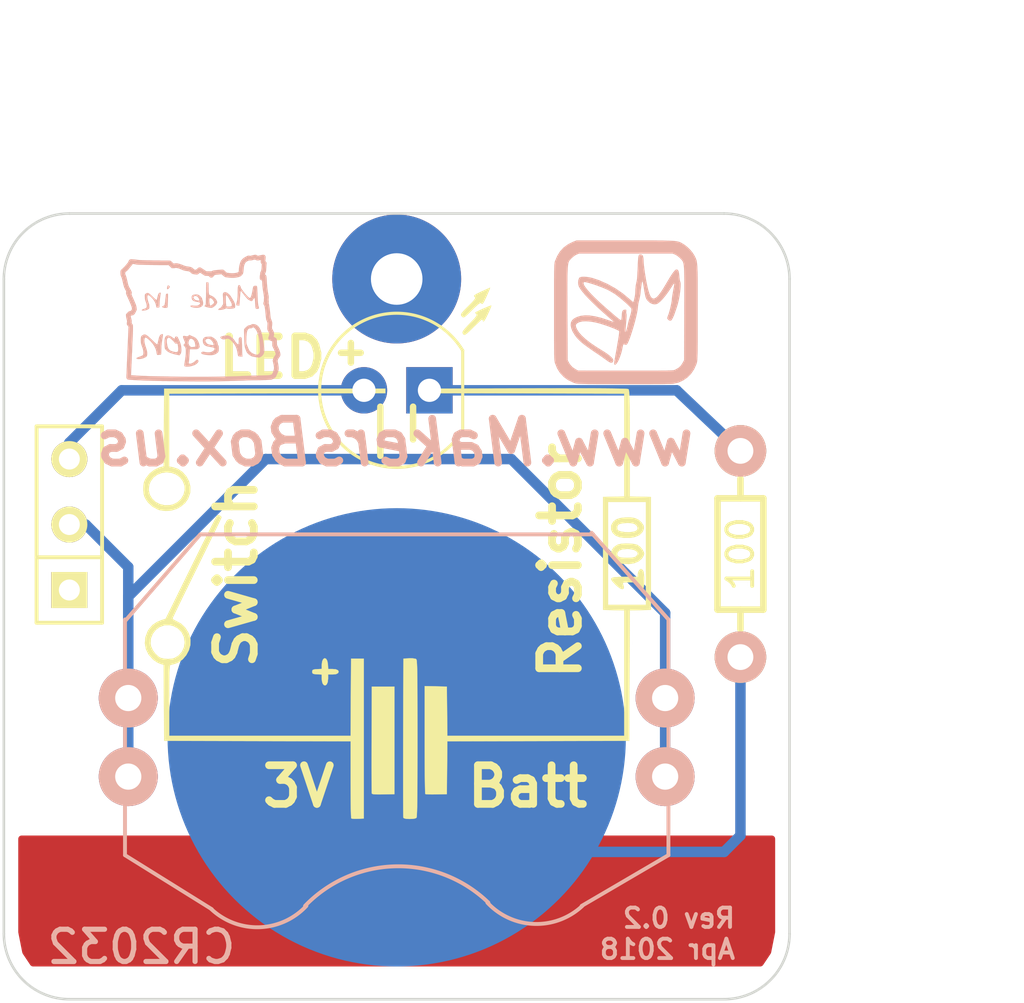
<source format=kicad_pcb>
(kicad_pcb (version 4) (host pcbnew 4.0.7)

  (general
    (links 7)
    (no_connects 0)
    (area 159.969999 72.339999 190.550001 102.920001)
    (thickness 1.6)
    (drawings 20)
    (tracks 22)
    (zones 0)
    (modules 9)
    (nets 6)
  )

  (page USLetter)
  (layers
    (0 F.Cu signal)
    (31 B.Cu signal)
    (34 B.Paste user)
    (35 F.Paste user)
    (36 B.SilkS user hide)
    (37 F.SilkS user)
    (38 B.Mask user)
    (39 F.Mask user)
    (40 Dwgs.User user)
    (44 Edge.Cuts user)
    (47 F.CrtYd user)
  )

  (setup
    (last_trace_width 0.1524)
    (user_trace_width 0.254)
    (user_trace_width 0.3048)
    (user_trace_width 0.4064)
    (user_trace_width 0.6096)
    (user_trace_width 2.032)
    (trace_clearance 0.1524)
    (zone_clearance 0.508)
    (zone_45_only no)
    (trace_min 0.1524)
    (segment_width 0.254)
    (edge_width 0.1)
    (via_size 0.6858)
    (via_drill 0.3302)
    (via_min_size 0.6858)
    (via_min_drill 0.3302)
    (user_via 1 0.5)
    (uvia_size 0.762)
    (uvia_drill 0.508)
    (uvias_allowed no)
    (uvia_min_size 0.508)
    (uvia_min_drill 0.127)
    (pcb_text_width 0.3)
    (pcb_text_size 1.5 1.5)
    (mod_edge_width 0.15)
    (mod_text_size 1 1)
    (mod_text_width 0.15)
    (pad_size 5 5)
    (pad_drill 2)
    (pad_to_mask_clearance 0)
    (aux_axis_origin 0 0)
    (grid_origin 210.82 95.25)
    (visible_elements 7FFCFFFF)
    (pcbplotparams
      (layerselection 0x010f0_80000001)
      (usegerberextensions true)
      (excludeedgelayer true)
      (linewidth 0.100000)
      (plotframeref false)
      (viasonmask false)
      (mode 1)
      (useauxorigin false)
      (hpglpennumber 1)
      (hpglpenspeed 20)
      (hpglpendiameter 15)
      (hpglpenoverlay 2)
      (psnegative false)
      (psa4output false)
      (plotreference true)
      (plotvalue true)
      (plotinvisibletext false)
      (padsonsilk false)
      (subtractmaskfromsilk false)
      (outputformat 1)
      (mirror false)
      (drillshape 0)
      (scaleselection 1)
      (outputdirectory gerbers/))
  )

  (net 0 "")
  (net 1 "Net-(BT1-Pad1)")
  (net 2 "Net-(D1-Pad1)")
  (net 3 "Net-(D1-Pad2)")
  (net 4 "Net-(BT1-Pad2)")
  (net 5 "Net-(SW1-Pad1)")

  (net_class Default "This is the default net class."
    (clearance 0.1524)
    (trace_width 0.1524)
    (via_dia 0.6858)
    (via_drill 0.3302)
    (uvia_dia 0.762)
    (uvia_drill 0.508)
    (add_net "Net-(BT1-Pad1)")
    (add_net "Net-(BT1-Pad2)")
    (add_net "Net-(D1-Pad1)")
    (add_net "Net-(D1-Pad2)")
    (add_net "Net-(SW1-Pad1)")
  )

  (module footprints:Resistor_Horz (layer F.Cu) (tedit 5AA1ED04) (tstamp 5A813C37)
    (at 188.595 85.598 270)
    (descr "Resistor, Axial,  RM 10mm, 1/3W,")
    (tags "Resistor, Axial, RM 10mm, 1/3W,")
    (path /59376ABD)
    (fp_text reference R1 (at 0 2.54 360) (layer F.SilkS) hide
      (effects (font (size 1 1) (thickness 0.15)))
    )
    (fp_text value 100 (at 0 0 270) (layer F.SilkS)
      (effects (font (size 1 1) (thickness 0.15)))
    )
    (fp_line (start 2.159 0.889) (end 2.159 -0.889) (layer F.SilkS) (width 0.254))
    (fp_line (start 2.159 -0.889) (end -2.159 -0.889) (layer F.SilkS) (width 0.254))
    (fp_line (start -2.159 0.889) (end 2.159 0.889) (layer F.SilkS) (width 0.254))
    (fp_line (start -2.159 0) (end -2.921 0) (layer F.SilkS) (width 0.254))
    (fp_line (start 2.159 0) (end 2.921 0) (layer F.SilkS) (width 0.254))
    (fp_line (start -2.159 0.889) (end -2.159 -0.889) (layer F.SilkS) (width 0.254))
    (pad 1 thru_hole circle (at -4 0 270) (size 1.99898 1.99898) (drill 1.00076) (layers *.Cu *.SilkS *.Mask)
      (net 2 "Net-(D1-Pad1)"))
    (pad 2 thru_hole circle (at 4 0 270) (size 1.99898 1.99898) (drill 1.00076) (layers *.Cu *.SilkS *.Mask)
      (net 4 "Net-(BT1-Pad2)"))
  )

  (module Pin_Headers:Pin_Header_Straight_1x01_Pitch2.54mm (layer F.Cu) (tedit 5AE3135B) (tstamp 5A812002)
    (at 175.26 74.93)
    (descr "Through hole straight pin header, 1x01, 2.54mm pitch, single row")
    (tags "Through hole pin header THT 1x01 2.54mm single row")
    (fp_text reference REF** (at 0 -2.33) (layer F.SilkS) hide
      (effects (font (size 1 1) (thickness 0.15)))
    )
    (fp_text value Pin_Header_Straight_1x01_Pitch2.54mm (at 0 1) (layer F.Fab) hide
      (effects (font (size 0.127 0.127) (thickness 0.03175)))
    )
    (fp_line (start -0.635 -1.27) (end 1.27 -1.27) (layer F.Fab) (width 0.1))
    (fp_line (start 1.27 -1.27) (end 1.27 1.27) (layer F.Fab) (width 0.1))
    (fp_line (start 1.27 1.27) (end -1.27 1.27) (layer F.Fab) (width 0.1))
    (fp_line (start -1.27 1.27) (end -1.27 -0.635) (layer F.Fab) (width 0.1))
    (fp_line (start -1.27 -0.635) (end -0.635 -1.27) (layer F.Fab) (width 0.1))
    (fp_line (start -1.8 -1.8) (end -1.8 1.8) (layer F.CrtYd) (width 0.05))
    (fp_line (start -1.8 1.8) (end 1.8 1.8) (layer F.CrtYd) (width 0.05))
    (fp_line (start 1.8 1.8) (end 1.8 -1.8) (layer F.CrtYd) (width 0.05))
    (fp_line (start 1.8 -1.8) (end -1.8 -1.8) (layer F.CrtYd) (width 0.05))
    (pad 1 thru_hole circle (at 0 0) (size 5 5) (drill 2) (layers *.Cu B.Mask))
  )

  (module myFootPrints:MadeInOregonRev25 (layer F.Cu) (tedit 0) (tstamp 5A8109E1)
    (at 167.64 76.454)
    (fp_text reference VAL (at 0 0) (layer F.SilkS) hide
      (effects (font (size 1.143 1.143) (thickness 0.1778)))
    )
    (fp_text value MadeInOregonRev25 (at 0 0) (layer F.SilkS) hide
      (effects (font (size 1.143 1.143) (thickness 0.1778)))
    )
    (fp_poly (pts (xy -3.09626 -1.76022) (xy -3.09626 -1.72212) (xy -3.09372 -1.69672) (xy -3.09118 -1.67386)
      (xy -3.0861 -1.65608) (xy -3.07594 -1.63576) (xy -3.0734 -1.62814) (xy -3.0607 -1.6002)
      (xy -3.05054 -1.5748) (xy -3.04038 -1.54432) (xy -3.03022 -1.50876) (xy -3.02006 -1.46304)
      (xy -3.00736 -1.4097) (xy -3.00228 -1.39192) (xy -2.98704 -1.31826) (xy -2.96926 -1.2573)
      (xy -2.95402 -1.20396) (xy -2.9337 -1.15824) (xy -2.91338 -1.1176) (xy -2.91338 -1.74752)
      (xy -2.91338 -1.76276) (xy -2.91084 -1.77546) (xy -2.90322 -1.78816) (xy -2.89052 -1.8034)
      (xy -2.86766 -1.82118) (xy -2.8575 -1.83134) (xy -2.82956 -1.8542) (xy -2.80416 -1.8796)
      (xy -2.78638 -1.90246) (xy -2.77876 -1.91008) (xy -2.76606 -1.92786) (xy -2.74574 -1.95326)
      (xy -2.72034 -1.98374) (xy -2.69494 -2.01422) (xy -2.6924 -2.01676) (xy -2.66954 -2.0447)
      (xy -2.64922 -2.0701) (xy -2.63652 -2.08788) (xy -2.6289 -2.09804) (xy -2.6289 -2.10058)
      (xy -2.62382 -2.10566) (xy -2.60604 -2.10566) (xy -2.58064 -2.10566) (xy -2.55016 -2.10058)
      (xy -2.51968 -2.0955) (xy -2.50952 -2.09296) (xy -2.49682 -2.09042) (xy -2.48412 -2.08534)
      (xy -2.46888 -2.08534) (xy -2.4511 -2.0828) (xy -2.4257 -2.08026) (xy -2.39268 -2.07772)
      (xy -2.35458 -2.07772) (xy -2.30632 -2.07518) (xy -2.2479 -2.07518) (xy -2.17678 -2.07264)
      (xy -2.09296 -2.0701) (xy -2.03962 -2.0701) (xy -1.95326 -2.06756) (xy -1.8669 -2.06756)
      (xy -1.78054 -2.06502) (xy -1.69672 -2.06502) (xy -1.61798 -2.06248) (xy -1.54686 -2.06248)
      (xy -1.48336 -2.06248) (xy -1.4351 -2.06248) (xy -1.4224 -2.06248) (xy -1.22936 -2.06248)
      (xy -1.1684 -2.00152) (xy -1.10744 -1.9431) (xy -1.0668 -1.9431) (xy -1.03886 -1.9431)
      (xy -1.0033 -1.94564) (xy -0.97536 -1.95072) (xy -0.94234 -1.95326) (xy -0.91186 -1.95072)
      (xy -0.87884 -1.94564) (xy -0.8382 -1.93548) (xy -0.79248 -1.9177) (xy -0.7366 -1.89484)
      (xy -0.72136 -1.88976) (xy -0.67818 -1.86944) (xy -0.64516 -1.85674) (xy -0.61722 -1.84912)
      (xy -0.59182 -1.84404) (xy -0.56388 -1.83896) (xy -0.5461 -1.83642) (xy -0.50038 -1.83134)
      (xy -0.46482 -1.82626) (xy -0.43688 -1.81864) (xy -0.41656 -1.80848) (xy -0.39624 -1.79578)
      (xy -0.37592 -1.77546) (xy -0.37338 -1.77292) (xy -0.35052 -1.7526) (xy -0.32512 -1.73482)
      (xy -0.30734 -1.72212) (xy -0.30734 -1.72212) (xy -0.28702 -1.71704) (xy -0.25654 -1.71196)
      (xy -0.22098 -1.70434) (xy -0.18288 -1.7018) (xy -0.14986 -1.69672) (xy -0.12446 -1.69672)
      (xy -0.10922 -1.69926) (xy -0.09652 -1.70688) (xy -0.07366 -1.71958) (xy -0.05334 -1.73736)
      (xy -0.03048 -1.75768) (xy -0.01524 -1.7653) (xy -0.00508 -1.76784) (xy 0 -1.7653)
      (xy 0.01016 -1.75768) (xy 0.03048 -1.74498) (xy 0.05842 -1.7272) (xy 0.0889 -1.70688)
      (xy 0.09652 -1.7018) (xy 0.18288 -1.64846) (xy 0.25908 -1.64592) (xy 0.29464 -1.64338)
      (xy 0.3175 -1.64084) (xy 0.3302 -1.6383) (xy 0.34036 -1.63322) (xy 0.34544 -1.6256)
      (xy 0.34798 -1.62052) (xy 0.3683 -1.59766) (xy 0.39624 -1.58242) (xy 0.42672 -1.5748)
      (xy 0.4318 -1.5748) (xy 0.45974 -1.58242) (xy 0.48768 -1.6002) (xy 0.51562 -1.63068)
      (xy 0.52578 -1.64338) (xy 0.53848 -1.65608) (xy 0.5461 -1.66624) (xy 0.55626 -1.67386)
      (xy 0.56896 -1.68148) (xy 0.58928 -1.68402) (xy 0.61468 -1.6891) (xy 0.65278 -1.69418)
      (xy 0.70104 -1.69672) (xy 0.71628 -1.69926) (xy 0.8255 -1.70942) (xy 0.85598 -1.68148)
      (xy 0.89154 -1.64846) (xy 0.9271 -1.62306) (xy 0.95758 -1.60274) (xy 0.96774 -1.59766)
      (xy 0.9906 -1.59258) (xy 1.02362 -1.5875) (xy 1.0668 -1.58242) (xy 1.11252 -1.57734)
      (xy 1.16332 -1.57226) (xy 1.21158 -1.56972) (xy 1.2573 -1.56972) (xy 1.25984 -1.56972)
      (xy 1.3081 -1.56972) (xy 1.35128 -1.5748) (xy 1.39446 -1.57988) (xy 1.44272 -1.59004)
      (xy 1.48844 -1.6002) (xy 1.52146 -1.61036) (xy 1.54686 -1.62306) (xy 1.56972 -1.63576)
      (xy 1.59258 -1.65608) (xy 1.61798 -1.68148) (xy 1.63576 -1.7018) (xy 1.651 -1.72212)
      (xy 1.65862 -1.74498) (xy 1.66624 -1.77292) (xy 1.67386 -1.80848) (xy 1.6764 -1.85166)
      (xy 1.68148 -1.90246) (xy 1.6891 -1.9812) (xy 1.7018 -2.04978) (xy 1.72212 -2.10566)
      (xy 1.74752 -2.15138) (xy 1.75006 -2.15646) (xy 1.77546 -2.18186) (xy 1.81356 -2.2098)
      (xy 1.82626 -2.21742) (xy 1.8542 -2.23012) (xy 1.87706 -2.24028) (xy 1.89484 -2.24282)
      (xy 1.9177 -2.24282) (xy 1.92024 -2.24282) (xy 1.95834 -2.24282) (xy 2.00152 -2.25044)
      (xy 2.032 -2.25806) (xy 2.0701 -2.27076) (xy 2.09804 -2.27584) (xy 2.11582 -2.27838)
      (xy 2.13106 -2.2733) (xy 2.1463 -2.26822) (xy 2.15392 -2.26314) (xy 2.1844 -2.2479)
      (xy 2.22758 -2.24282) (xy 2.27584 -2.2479) (xy 2.29108 -2.25298) (xy 2.31394 -2.25806)
      (xy 2.33426 -2.26314) (xy 2.34188 -2.26314) (xy 2.34188 -2.25806) (xy 2.34442 -2.23774)
      (xy 2.34442 -2.21488) (xy 2.34442 -2.21234) (xy 2.34442 -2.1844) (xy 2.34696 -2.16408)
      (xy 2.35204 -2.1463) (xy 2.36474 -2.12852) (xy 2.3876 -2.0955) (xy 2.37998 -1.97612)
      (xy 2.37744 -1.9304) (xy 2.37236 -1.89738) (xy 2.36982 -1.87198) (xy 2.36474 -1.8542)
      (xy 2.35966 -1.83896) (xy 2.35204 -1.82372) (xy 2.34696 -1.8161) (xy 2.33172 -1.78562)
      (xy 2.3241 -1.75768) (xy 2.3241 -1.73736) (xy 2.32156 -1.70942) (xy 2.31902 -1.68656)
      (xy 2.31648 -1.67894) (xy 2.31394 -1.66116) (xy 2.30886 -1.63576) (xy 2.30886 -1.60274)
      (xy 2.30886 -1.59004) (xy 2.30886 -1.55702) (xy 2.30886 -1.5367) (xy 2.31394 -1.52146)
      (xy 2.32156 -1.5113) (xy 2.33172 -1.4986) (xy 2.33426 -1.49606) (xy 2.35458 -1.48082)
      (xy 2.3749 -1.4732) (xy 2.37744 -1.47066) (xy 2.3876 -1.47066) (xy 2.39268 -1.46558)
      (xy 2.39776 -1.45034) (xy 2.4003 -1.42494) (xy 2.40284 -1.39192) (xy 2.40538 -1.35382)
      (xy 2.40538 -1.33096) (xy 2.40792 -1.28778) (xy 2.413 -1.2319) (xy 2.42062 -1.16078)
      (xy 2.43332 -1.07442) (xy 2.4511 -0.97536) (xy 2.4511 -0.96774) (xy 2.45872 -0.92456)
      (xy 2.4638 -0.88392) (xy 2.46888 -0.85344) (xy 2.47142 -0.83058) (xy 2.47396 -0.82296)
      (xy 2.47396 -0.81026) (xy 2.47142 -0.7874) (xy 2.47142 -0.75692) (xy 2.46888 -0.72644)
      (xy 2.46888 -0.69342) (xy 2.46634 -0.66294) (xy 2.4638 -0.64262) (xy 2.46126 -0.635)
      (xy 2.4511 -0.6096) (xy 2.44856 -0.57912) (xy 2.4511 -0.54864) (xy 2.46126 -0.52324)
      (xy 2.4765 -0.51054) (xy 2.48412 -0.49784) (xy 2.49174 -0.47244) (xy 2.5019 -0.4318)
      (xy 2.50952 -0.37592) (xy 2.51968 -0.30734) (xy 2.5273 -0.2286) (xy 2.53238 -0.16764)
      (xy 2.53746 -0.1143) (xy 2.54254 -0.0635) (xy 2.54762 -0.02032) (xy 2.5527 0.01524)
      (xy 2.55524 0.04064) (xy 2.55778 0.05334) (xy 2.56794 0.07366) (xy 2.5781 0.1016)
      (xy 2.58826 0.127) (xy 2.59588 0.14732) (xy 2.6035 0.16256) (xy 2.60604 0.18034)
      (xy 2.60858 0.20066) (xy 2.60858 0.22606) (xy 2.60604 0.25908) (xy 2.6035 0.3048)
      (xy 2.6035 0.32512) (xy 2.60096 0.37084) (xy 2.60096 0.4064) (xy 2.60604 0.43434)
      (xy 2.61366 0.45974) (xy 2.62636 0.48768) (xy 2.64668 0.5207) (xy 2.66446 0.5588)
      (xy 2.67462 0.58674) (xy 2.6797 0.61468) (xy 2.67462 0.64262) (xy 2.66446 0.68072)
      (xy 2.65938 0.69088) (xy 2.64668 0.72898) (xy 2.63906 0.75946) (xy 2.63906 0.77978)
      (xy 2.6416 0.79756) (xy 2.64922 0.8128) (xy 2.64922 0.81534) (xy 2.66446 0.83058)
      (xy 2.68986 0.84836) (xy 2.72034 0.86614) (xy 2.75336 0.87884) (xy 2.77368 0.88646)
      (xy 2.794 0.89154) (xy 2.794 0.98044) (xy 2.794 1.07188) (xy 2.82448 1.13538)
      (xy 2.8575 1.20396) (xy 2.8829 1.26238) (xy 2.90322 1.31064) (xy 2.91592 1.3462)
      (xy 2.921 1.36652) (xy 2.92354 1.3843) (xy 2.92354 1.39954) (xy 2.91592 1.41478)
      (xy 2.90068 1.4351) (xy 2.90068 1.43764) (xy 2.87274 1.47828) (xy 2.84988 1.51638)
      (xy 2.8321 1.5621) (xy 2.82448 1.59004) (xy 2.80924 1.64338) (xy 2.8321 1.74244)
      (xy 2.84734 1.80848) (xy 2.85496 1.86182) (xy 2.86004 1.90754) (xy 2.86004 1.94818)
      (xy 2.85242 1.98628) (xy 2.84226 2.02438) (xy 2.84226 2.02438) (xy 2.82702 2.06756)
      (xy 2.81432 2.10566) (xy 2.79908 2.13868) (xy 2.78892 2.16154) (xy 2.77876 2.1717)
      (xy 2.77876 2.17424) (xy 2.7686 2.17678) (xy 2.74828 2.1844) (xy 2.74066 2.18948)
      (xy 2.7178 2.1971) (xy 2.68224 2.20472) (xy 2.63398 2.2098) (xy 2.57302 2.21234)
      (xy 2.49682 2.21488) (xy 2.40792 2.21742) (xy 2.30632 2.21742) (xy 2.29616 2.21742)
      (xy 2.24028 2.21996) (xy 2.17424 2.21996) (xy 2.10058 2.2225) (xy 2.02184 2.2225)
      (xy 1.9431 2.22504) (xy 1.86944 2.23012) (xy 1.84912 2.23012) (xy 1.6129 2.23774)
      (xy 1.38684 2.2479) (xy 1.16332 2.25298) (xy 0.9398 2.25806) (xy 0.71882 2.26314)
      (xy 0.4953 2.26568) (xy 0.26924 2.26822) (xy 0.03556 2.26822) (xy -0.2032 2.26822)
      (xy -0.45466 2.26822) (xy -0.71628 2.26568) (xy -0.84836 2.26314) (xy -1.03378 2.2606)
      (xy -1.20396 2.25806) (xy -1.36144 2.25552) (xy -1.50622 2.25298) (xy -1.64084 2.25044)
      (xy -1.7653 2.2479) (xy -1.88214 2.24536) (xy -1.98882 2.24282) (xy -2.08788 2.23774)
      (xy -2.17932 2.2352) (xy -2.26822 2.23266) (xy -2.35204 2.22758) (xy -2.39776 2.22504)
      (xy -2.46126 2.2225) (xy -2.51968 2.21742) (xy -2.57302 2.21488) (xy -2.61874 2.21234)
      (xy -2.65176 2.2098) (xy -2.67462 2.2098) (xy -2.68732 2.2098) (xy -2.68732 2.2098)
      (xy -2.68732 2.20218) (xy -2.68478 2.17932) (xy -2.68478 2.1463) (xy -2.68224 2.09804)
      (xy -2.6797 2.03962) (xy -2.67716 1.97104) (xy -2.67208 1.8923) (xy -2.66954 1.80594)
      (xy -2.66446 1.70942) (xy -2.65938 1.60782) (xy -2.65684 1.50114) (xy -2.65176 1.38684)
      (xy -2.64414 1.27) (xy -2.64414 1.25476) (xy -2.63906 1.11506) (xy -2.63398 0.98806)
      (xy -2.6289 0.87376) (xy -2.62382 0.77216) (xy -2.61874 0.68326) (xy -2.6162 0.60452)
      (xy -2.61366 0.53848) (xy -2.61112 0.47752) (xy -2.61112 0.42926) (xy -2.61112 0.38608)
      (xy -2.61112 0.35306) (xy -2.61112 0.32258) (xy -2.61112 0.29972) (xy -2.61366 0.28194)
      (xy -2.6162 0.2667) (xy -2.61874 0.25654) (xy -2.62128 0.24638) (xy -2.62636 0.23876)
      (xy -2.63144 0.23368) (xy -2.63652 0.22606) (xy -2.6416 0.21844) (xy -2.6543 0.2032)
      (xy -2.66192 0.18796) (xy -2.66446 0.17272) (xy -2.66192 0.14732) (xy -2.66192 0.13716)
      (xy -2.66192 0.1016) (xy -2.66446 0.06858) (xy -2.67462 0.02794) (xy -2.67462 0.0254)
      (xy -2.68732 -0.01778) (xy -2.69494 -0.04826) (xy -2.69748 -0.07112) (xy -2.69748 -0.08382)
      (xy -2.69494 -0.09398) (xy -2.68732 -0.09906) (xy -2.68732 -0.1016) (xy -2.66954 -0.10668)
      (xy -2.64668 -0.1143) (xy -2.63652 -0.1143) (xy -2.60858 -0.12192) (xy -2.58572 -0.13208)
      (xy -2.5654 -0.14732) (xy -2.54762 -0.17018) (xy -2.52476 -0.20574) (xy -2.50698 -0.2413)
      (xy -2.4638 -0.3302) (xy -2.47142 -0.40894) (xy -2.4765 -0.43942) (xy -2.48158 -0.46736)
      (xy -2.4892 -0.49276) (xy -2.49682 -0.5207) (xy -2.50952 -0.55626) (xy -2.52984 -0.59944)
      (xy -2.53492 -0.61214) (xy -2.55524 -0.66294) (xy -2.5781 -0.71374) (xy -2.60096 -0.76708)
      (xy -2.62128 -0.8128) (xy -2.63144 -0.83058) (xy -2.64668 -0.86868) (xy -2.65938 -0.89662)
      (xy -2.667 -0.91694) (xy -2.66954 -0.92964) (xy -2.667 -0.9398) (xy -2.667 -0.94996)
      (xy -2.65938 -0.97536) (xy -2.65938 -1.00584) (xy -2.66954 -1.03886) (xy -2.68732 -1.0795)
      (xy -2.71272 -1.12776) (xy -2.71526 -1.1303) (xy -2.73812 -1.17094) (xy -2.75844 -1.2065)
      (xy -2.77368 -1.23698) (xy -2.78384 -1.26746) (xy -2.79654 -1.30048) (xy -2.8067 -1.34112)
      (xy -2.81686 -1.38684) (xy -2.82702 -1.43256) (xy -2.84226 -1.49606) (xy -2.85496 -1.54686)
      (xy -2.86512 -1.5875) (xy -2.87528 -1.62052) (xy -2.88544 -1.64846) (xy -2.89306 -1.67132)
      (xy -2.90068 -1.68148) (xy -2.9083 -1.70942) (xy -2.91338 -1.7399) (xy -2.91338 -1.74752)
      (xy -2.91338 -1.1176) (xy -2.91084 -1.11506) (xy -2.90576 -1.09982) (xy -2.88798 -1.07188)
      (xy -2.87782 -1.04902) (xy -2.87274 -1.03632) (xy -2.87274 -1.02616) (xy -2.87782 -1.016)
      (xy -2.88036 -0.99822) (xy -2.8829 -0.98044) (xy -2.87782 -0.95758) (xy -2.8702 -0.92964)
      (xy -2.85496 -0.89408) (xy -2.83464 -0.84582) (xy -2.8194 -0.81534) (xy -2.78384 -0.73406)
      (xy -2.74828 -0.65786) (xy -2.72034 -0.58928) (xy -2.69494 -0.52832) (xy -2.67462 -0.47752)
      (xy -2.66192 -0.43688) (xy -2.6543 -0.40894) (xy -2.6543 -0.4064) (xy -2.64922 -0.37846)
      (xy -2.65176 -0.36068) (xy -2.65684 -0.34036) (xy -2.66446 -0.32766) (xy -2.67462 -0.30734)
      (xy -2.68732 -0.29464) (xy -2.70256 -0.28702) (xy -2.72542 -0.28194) (xy -2.73812 -0.2794)
      (xy -2.75336 -0.27686) (xy -2.77114 -0.2667) (xy -2.78892 -0.25146) (xy -2.81686 -0.22606)
      (xy -2.82448 -0.2159) (xy -2.84988 -0.1905) (xy -2.86766 -0.17272) (xy -2.87782 -0.16002)
      (xy -2.8829 -0.14732) (xy -2.8829 -0.13208) (xy -2.8829 -0.12192) (xy -2.88036 -0.06858)
      (xy -2.86766 -0.00762) (xy -2.85242 0.05588) (xy -2.8448 0.08382) (xy -2.84226 0.10668)
      (xy -2.84226 0.12954) (xy -2.8448 0.16002) (xy -2.84734 0.1651) (xy -2.84988 0.19812)
      (xy -2.84988 0.22606) (xy -2.84226 0.24892) (xy -2.82448 0.27686) (xy -2.8067 0.29972)
      (xy -2.78384 0.32766) (xy -2.82702 1.3081) (xy -2.8321 1.42748) (xy -2.83718 1.54432)
      (xy -2.84226 1.65608) (xy -2.84734 1.76276) (xy -2.84988 1.86182) (xy -2.85496 1.95326)
      (xy -2.8575 2.03708) (xy -2.86004 2.11074) (xy -2.86258 2.17424) (xy -2.86512 2.22758)
      (xy -2.86512 2.26822) (xy -2.86512 2.29616) (xy -2.86512 2.3114) (xy -2.86512 2.3114)
      (xy -2.85496 2.3368) (xy -2.83464 2.35966) (xy -2.81178 2.3749) (xy -2.8067 2.37744)
      (xy -2.794 2.37998) (xy -2.76606 2.38252) (xy -2.72796 2.38506) (xy -2.6797 2.39014)
      (xy -2.62128 2.39268) (xy -2.55778 2.39776) (xy -2.48412 2.4003) (xy -2.40792 2.40538)
      (xy -2.32664 2.40792) (xy -2.24536 2.413) (xy -2.16154 2.41554) (xy -2.08026 2.41808)
      (xy -1.99898 2.42062) (xy -1.92278 2.42316) (xy -1.85166 2.4257) (xy -1.80848 2.42824)
      (xy -1.74752 2.42824) (xy -1.67386 2.43078) (xy -1.59004 2.43078) (xy -1.4986 2.43332)
      (xy -1.397 2.43586) (xy -1.29032 2.43586) (xy -1.1811 2.4384) (xy -1.0668 2.4384)
      (xy -0.95504 2.44094) (xy -0.84582 2.44348) (xy -0.80264 2.44348) (xy -0.70104 2.44348)
      (xy -0.59944 2.44602) (xy -0.50038 2.44602) (xy -0.40386 2.44856) (xy -0.31496 2.44856)
      (xy -0.23114 2.44856) (xy -0.15748 2.4511) (xy -0.09398 2.4511) (xy -0.04064 2.4511)
      (xy 0 2.4511) (xy 0.02286 2.4511) (xy 0.05842 2.4511) (xy 0.10922 2.4511)
      (xy 0.17018 2.4511) (xy 0.2413 2.4511) (xy 0.3175 2.4511) (xy 0.39878 2.44856)
      (xy 0.4826 2.44856) (xy 0.56642 2.44602) (xy 0.60198 2.44602) (xy 0.75692 2.44348)
      (xy 0.90678 2.4384) (xy 1.0541 2.43586) (xy 1.1938 2.43078) (xy 1.32588 2.42824)
      (xy 1.45034 2.42316) (xy 1.56464 2.42062) (xy 1.66624 2.41808) (xy 1.7526 2.413)
      (xy 1.77038 2.413) (xy 1.82626 2.41046) (xy 1.8923 2.40792) (xy 1.96342 2.40792)
      (xy 2.03454 2.40538) (xy 2.10312 2.40538) (xy 2.12852 2.40538) (xy 2.19456 2.40538)
      (xy 2.26822 2.40284) (xy 2.3495 2.40284) (xy 2.42824 2.39776) (xy 2.50444 2.39522)
      (xy 2.54254 2.39522) (xy 2.75844 2.38252) (xy 2.82956 2.3495) (xy 2.86258 2.33172)
      (xy 2.88798 2.31902) (xy 2.90576 2.30632) (xy 2.91084 2.30124) (xy 2.92608 2.28092)
      (xy 2.94132 2.25044) (xy 2.96164 2.2098) (xy 2.97942 2.16662) (xy 2.9972 2.12344)
      (xy 3.01244 2.08534) (xy 3.02514 2.0447) (xy 3.03276 2.01168) (xy 3.03784 1.98628)
      (xy 3.04038 1.9558) (xy 3.04038 1.93548) (xy 3.0353 1.86182) (xy 3.0226 1.778)
      (xy 3.00736 1.70434) (xy 2.99974 1.66878) (xy 2.99974 1.64084) (xy 3.00736 1.61036)
      (xy 3.0226 1.57734) (xy 3.04546 1.53924) (xy 3.0607 1.52146) (xy 3.08356 1.4859)
      (xy 3.0988 1.4605) (xy 3.10642 1.4351) (xy 3.10896 1.4097) (xy 3.10642 1.37668)
      (xy 3.0988 1.33858) (xy 3.09118 1.3081) (xy 3.07848 1.26746) (xy 3.0607 1.22174)
      (xy 3.04038 1.1684) (xy 3.01498 1.1176) (xy 2.99466 1.07442) (xy 2.98704 1.05664)
      (xy 2.97942 1.0414) (xy 2.97688 1.02362) (xy 2.97434 1.0033) (xy 2.97434 0.97282)
      (xy 2.97434 0.93218) (xy 2.97434 0.9271) (xy 2.9718 0.87884) (xy 2.96926 0.8382)
      (xy 2.96418 0.81026) (xy 2.95148 0.7874) (xy 2.9337 0.76708) (xy 2.90576 0.7493)
      (xy 2.86766 0.72898) (xy 2.84734 0.71882) (xy 2.84734 0.7112) (xy 2.84988 0.69342)
      (xy 2.85496 0.66802) (xy 2.8575 0.6604) (xy 2.86258 0.61468) (xy 2.86258 0.5842)
      (xy 2.86258 0.57658) (xy 2.84988 0.5334) (xy 2.82956 0.48768) (xy 2.8067 0.44196)
      (xy 2.79908 0.42926) (xy 2.79146 0.41656) (xy 2.78638 0.40386) (xy 2.7813 0.38862)
      (xy 2.7813 0.37084) (xy 2.7813 0.34798) (xy 2.7813 0.3175) (xy 2.78638 0.27432)
      (xy 2.79146 0.22098) (xy 2.79146 0.21844) (xy 2.79146 0.19304) (xy 2.79146 0.16764)
      (xy 2.78384 0.1397) (xy 2.77622 0.11176) (xy 2.76352 0.07874) (xy 2.75336 0.04826)
      (xy 2.7432 0.0254) (xy 2.74066 0.02032) (xy 2.73558 0.00762) (xy 2.7305 -0.0127)
      (xy 2.72796 -0.04064) (xy 2.72288 -0.07874) (xy 2.7178 -0.12954) (xy 2.71272 -0.1905)
      (xy 2.7051 -0.25908) (xy 2.69748 -0.32512) (xy 2.68986 -0.38862) (xy 2.6797 -0.44958)
      (xy 2.67208 -0.50292) (xy 2.66446 -0.5461) (xy 2.6543 -0.57658) (xy 2.65176 -0.58674)
      (xy 2.65176 -0.60452) (xy 2.6543 -0.6223) (xy 2.65684 -0.6477) (xy 2.65176 -0.68326)
      (xy 2.65176 -0.68326) (xy 2.64668 -0.71628) (xy 2.64922 -0.75184) (xy 2.65176 -0.76962)
      (xy 2.6543 -0.79248) (xy 2.65684 -0.8128) (xy 2.6543 -0.83566) (xy 2.65176 -0.8636)
      (xy 2.64414 -0.90424) (xy 2.6416 -0.91948) (xy 2.62382 -1.01346) (xy 2.61112 -1.09982)
      (xy 2.60096 -1.1811) (xy 2.59334 -1.26238) (xy 2.58572 -1.35128) (xy 2.58064 -1.42748)
      (xy 2.5781 -1.49352) (xy 2.57302 -1.54432) (xy 2.57048 -1.58496) (xy 2.5654 -1.61544)
      (xy 2.56286 -1.6383) (xy 2.55524 -1.65608) (xy 2.54762 -1.66878) (xy 2.53746 -1.6764)
      (xy 2.52984 -1.68402) (xy 2.51714 -1.69418) (xy 2.51206 -1.70688) (xy 2.5146 -1.72466)
      (xy 2.52222 -1.75006) (xy 2.53238 -1.77546) (xy 2.53238 -1.77546) (xy 2.54 -1.78816)
      (xy 2.54254 -1.79832) (xy 2.54762 -1.81102) (xy 2.55016 -1.8288) (xy 2.5527 -1.85166)
      (xy 2.55524 -1.88214) (xy 2.55778 -1.92532) (xy 2.56286 -1.97866) (xy 2.56286 -2.0066)
      (xy 2.57302 -2.159) (xy 2.54762 -2.18948) (xy 2.52222 -2.21996) (xy 2.52984 -2.29616)
      (xy 2.53238 -2.34442) (xy 2.53238 -2.37998) (xy 2.52984 -2.40538) (xy 2.51968 -2.4257)
      (xy 2.50698 -2.44094) (xy 2.50444 -2.44348) (xy 2.4892 -2.45618) (xy 2.47142 -2.46126)
      (xy 2.44856 -2.4638) (xy 2.42062 -2.4638) (xy 2.38252 -2.45618) (xy 2.33172 -2.44602)
      (xy 2.32664 -2.44348) (xy 2.2352 -2.42316) (xy 2.19964 -2.44348) (xy 2.17424 -2.45618)
      (xy 2.15138 -2.4638) (xy 2.12344 -2.4638) (xy 2.09296 -2.45872) (xy 2.04978 -2.4511)
      (xy 2.0193 -2.44348) (xy 1.98374 -2.43332) (xy 1.9558 -2.4257) (xy 1.93802 -2.42316)
      (xy 1.92024 -2.4257) (xy 1.90754 -2.42824) (xy 1.88722 -2.43078) (xy 1.86944 -2.43078)
      (xy 1.84912 -2.42824) (xy 1.82372 -2.41808) (xy 1.79324 -2.40284) (xy 1.76022 -2.38506)
      (xy 1.71958 -2.3622) (xy 1.6891 -2.34442) (xy 1.66624 -2.32664) (xy 1.64846 -2.3114)
      (xy 1.63068 -2.29362) (xy 1.6129 -2.27076) (xy 1.59258 -2.2479) (xy 1.57734 -2.22504)
      (xy 1.56718 -2.20472) (xy 1.55702 -2.17932) (xy 1.54432 -2.1463) (xy 1.53162 -2.10312)
      (xy 1.52908 -2.09296) (xy 1.51638 -2.0447) (xy 1.50876 -2.00406) (xy 1.50368 -1.96596)
      (xy 1.4986 -1.92278) (xy 1.4986 -1.90754) (xy 1.49606 -1.86182) (xy 1.49352 -1.8288)
      (xy 1.4859 -1.80594) (xy 1.4732 -1.7907) (xy 1.45288 -1.778) (xy 1.4224 -1.77038)
      (xy 1.39446 -1.76276) (xy 1.3335 -1.7526) (xy 1.26238 -1.74752) (xy 1.18364 -1.75006)
      (xy 1.10998 -1.75768) (xy 1.03124 -1.7653) (xy 0.9652 -1.82372) (xy 0.9398 -1.84912)
      (xy 0.9144 -1.8669) (xy 0.89408 -1.88214) (xy 0.88392 -1.88722) (xy 0.86868 -1.88722)
      (xy 0.84328 -1.88722) (xy 0.80518 -1.88722) (xy 0.762 -1.88214) (xy 0.7112 -1.8796)
      (xy 0.6604 -1.87452) (xy 0.6096 -1.86944) (xy 0.56642 -1.86436) (xy 0.52324 -1.85674)
      (xy 0.49276 -1.85166) (xy 0.47244 -1.8415) (xy 0.45974 -1.83642) (xy 0.44958 -1.8288)
      (xy 0.43942 -1.82372) (xy 0.42418 -1.82118) (xy 0.40386 -1.82118) (xy 0.37592 -1.82118)
      (xy 0.33782 -1.82118) (xy 0.23622 -1.82372) (xy 0.13208 -1.8923) (xy 0.09398 -1.9177)
      (xy 0.06096 -1.93802) (xy 0.03302 -1.9558) (xy 0.0127 -1.96596) (xy 0.00508 -1.97104)
      (xy -0.02286 -1.97866) (xy -0.04826 -1.97358) (xy -0.07874 -1.95834) (xy -0.1143 -1.92786)
      (xy -0.11684 -1.92532) (xy -0.1397 -1.905) (xy -0.15748 -1.8923) (xy -0.17272 -1.88468)
      (xy -0.18796 -1.88214) (xy -0.19304 -1.88214) (xy -0.21082 -1.88468) (xy -0.22352 -1.88722)
      (xy -0.2413 -1.89992) (xy -0.26162 -1.9177) (xy -0.27178 -1.92786) (xy -0.30226 -1.95326)
      (xy -0.33528 -1.97358) (xy -0.37338 -1.98882) (xy -0.41656 -1.99898) (xy -0.47244 -2.00914)
      (xy -0.50038 -2.01168) (xy -0.53848 -2.01676) (xy -0.56896 -2.02438) (xy -0.59944 -2.03454)
      (xy -0.635 -2.04724) (xy -0.66548 -2.05994) (xy -0.70866 -2.07772) (xy -0.75692 -2.0955)
      (xy -0.80264 -2.11074) (xy -0.83058 -2.11836) (xy -0.86868 -2.12598) (xy -0.89662 -2.1336)
      (xy -0.91948 -2.1336) (xy -0.94234 -2.1336) (xy -0.97282 -2.13106) (xy -1.03378 -2.12344)
      (xy -1.0922 -2.17678) (xy -1.12776 -2.2098) (xy -1.1557 -2.23012) (xy -1.17348 -2.2352)
      (xy -1.18618 -2.23774) (xy -1.21412 -2.23774) (xy -1.24968 -2.24028) (xy -1.2954 -2.24028)
      (xy -1.3462 -2.24028) (xy -1.40208 -2.24028) (xy -1.40462 -2.24028) (xy -1.48844 -2.24028)
      (xy -1.57734 -2.24282) (xy -1.66878 -2.24282) (xy -1.76022 -2.24282) (xy -1.85166 -2.24536)
      (xy -1.94056 -2.2479) (xy -2.02438 -2.2479) (xy -2.10566 -2.25044) (xy -2.18186 -2.25298)
      (xy -2.25044 -2.25552) (xy -2.30886 -2.25806) (xy -2.35966 -2.2606) (xy -2.39776 -2.26314)
      (xy -2.42316 -2.26568) (xy -2.43586 -2.26822) (xy -2.45364 -2.27076) (xy -2.48666 -2.27584)
      (xy -2.52476 -2.28092) (xy -2.5654 -2.28346) (xy -2.58572 -2.286) (xy -2.63144 -2.28854)
      (xy -2.66446 -2.29108) (xy -2.68732 -2.29108) (xy -2.7051 -2.29108) (xy -2.7178 -2.28854)
      (xy -2.72796 -2.28346) (xy -2.7305 -2.28092) (xy -2.7559 -2.2606) (xy -2.77876 -2.22758)
      (xy -2.78892 -2.19202) (xy -2.79654 -2.17678) (xy -2.81178 -2.15392) (xy -2.8321 -2.13106)
      (xy -2.83718 -2.12344) (xy -2.86258 -2.09296) (xy -2.88544 -2.06502) (xy -2.90576 -2.04216)
      (xy -2.9083 -2.03708) (xy -2.92354 -2.0193) (xy -2.94894 -1.9939) (xy -2.97688 -1.96596)
      (xy -3.00482 -1.93802) (xy -3.03276 -1.91262) (xy -3.05816 -1.88976) (xy -3.07594 -1.87198)
      (xy -3.0861 -1.85928) (xy -3.0861 -1.85928) (xy -3.09118 -1.8415) (xy -3.09626 -1.81102)
      (xy -3.09626 -1.77038) (xy -3.09626 -1.76022) (xy -3.09626 -1.76022)) (layer B.SilkS) (width 0.00254))
    (fp_poly (pts (xy -0.67056 0.70358) (xy -0.67056 0.72136) (xy -0.66802 0.72644) (xy -0.66548 0.74676)
      (xy -0.65532 0.7747) (xy -0.64262 0.80772) (xy -0.63246 0.83312) (xy -0.61468 0.8763)
      (xy -0.60198 0.90932) (xy -0.59436 0.93218) (xy -0.59182 0.94996) (xy -0.5969 0.9652)
      (xy -0.60198 0.9779) (xy -0.61722 0.99568) (xy -0.63246 1.01092) (xy -0.64516 1.02362)
      (xy -0.6477 1.03632) (xy -0.64262 1.05156) (xy -0.62484 1.07188) (xy -0.6223 1.07696)
      (xy -0.59944 1.10236) (xy -0.5842 1.12522) (xy -0.57404 1.14554) (xy -0.56896 1.17348)
      (xy -0.56388 1.2065) (xy -0.56134 1.24968) (xy -0.56134 1.26238) (xy -0.56134 1.31572)
      (xy -0.56134 1.36652) (xy -0.56642 1.41986) (xy -0.5715 1.47828) (xy -0.58166 1.54686)
      (xy -0.59182 1.62306) (xy -0.59944 1.66116) (xy -0.60706 1.71704) (xy -0.61468 1.76022)
      (xy -0.61722 1.79324) (xy -0.61976 1.8161) (xy -0.61722 1.83388) (xy -0.61468 1.84658)
      (xy -0.6096 1.85674) (xy -0.6096 1.85928) (xy -0.60198 1.8669) (xy -0.59436 1.86944)
      (xy -0.58166 1.87198) (xy -0.56134 1.87452) (xy -0.53086 1.87452) (xy -0.51308 1.87452)
      (xy -0.47752 1.87452) (xy -0.45974 1.87198) (xy -0.45974 0.94234) (xy -0.45212 0.89662)
      (xy -0.43688 0.85344) (xy -0.41402 0.81788) (xy -0.40894 0.81026) (xy -0.38354 0.79502)
      (xy -0.35306 0.79248) (xy -0.32258 0.8001) (xy -0.2921 0.81788) (xy -0.26162 0.84582)
      (xy -0.23622 0.87884) (xy -0.21844 0.91948) (xy -0.21336 0.92964) (xy -0.20828 0.9525)
      (xy -0.2032 0.98044) (xy -0.19812 1.01092) (xy -0.19304 1.0414) (xy -0.1905 1.06934)
      (xy -0.18796 1.08712) (xy -0.1905 1.09728) (xy -0.20066 1.09982) (xy -0.22098 1.1049)
      (xy -0.24892 1.10998) (xy -0.2794 1.11252) (xy -0.30734 1.11506) (xy -0.3302 1.1176)
      (xy -0.34036 1.1176) (xy -0.36322 1.10998) (xy -0.38862 1.09474) (xy -0.39878 1.08458)
      (xy -0.4191 1.06172) (xy -0.43688 1.03886) (xy -0.44196 1.02616) (xy -0.4572 0.98806)
      (xy -0.45974 0.94234) (xy -0.45974 1.87198) (xy -0.4445 1.87198) (xy -0.42164 1.87198)
      (xy -0.41148 1.86944) (xy -0.37338 1.86182) (xy -0.3302 1.85166) (xy -0.28448 1.83642)
      (xy -0.24384 1.82372) (xy -0.21336 1.80848) (xy -0.20828 1.80848) (xy -0.17018 1.78562)
      (xy -0.13462 1.75768) (xy -0.10414 1.7272) (xy -0.08382 1.69926) (xy -0.07112 1.67386)
      (xy -0.07112 1.651) (xy -0.07112 1.651) (xy -0.08382 1.63068) (xy -0.10414 1.6129)
      (xy -0.12446 1.60528) (xy -0.12446 1.60528) (xy -0.1397 1.6129) (xy -0.16256 1.62814)
      (xy -0.19558 1.65608) (xy -0.20066 1.65862) (xy -0.24384 1.69672) (xy -0.28702 1.72466)
      (xy -0.3302 1.74498) (xy -0.37084 1.75768) (xy -0.40386 1.76276) (xy -0.4318 1.75514)
      (xy -0.43942 1.75006) (xy -0.44958 1.74244) (xy -0.45212 1.73482) (xy -0.45212 1.71958)
      (xy -0.44704 1.69672) (xy -0.4445 1.69418) (xy -0.44196 1.67386) (xy -0.43688 1.64338)
      (xy -0.4318 1.60274) (xy -0.42926 1.55194) (xy -0.42418 1.4859) (xy -0.4191 1.4097)
      (xy -0.41402 1.31826) (xy -0.41148 1.29286) (xy -0.4064 1.20142) (xy -0.27178 1.20142)
      (xy -0.21336 1.20142) (xy -0.17018 1.20142) (xy -0.13462 1.19888) (xy -0.10668 1.19126)
      (xy -0.08636 1.18364) (xy -0.06858 1.1684) (xy -0.0508 1.15316) (xy -0.04572 1.14808)
      (xy -0.03048 1.12776) (xy -0.0254 1.11506) (xy -0.0254 1.09474) (xy -0.02794 1.08458)
      (xy -0.04318 0.99822) (xy -0.06858 0.92202) (xy -0.1016 0.85598) (xy -0.14224 0.8001)
      (xy -0.1524 0.78994) (xy -0.18796 0.75692) (xy -0.22352 0.73406) (xy -0.26416 0.71374)
      (xy -0.29718 0.70104) (xy -0.3302 0.68834) (xy -0.36322 0.6731) (xy -0.37846 0.66548)
      (xy -0.4191 0.64262) (xy -0.44704 0.66548) (xy -0.4699 0.68326) (xy -0.49022 0.69596)
      (xy -0.51308 0.6985) (xy -0.54102 0.69596) (xy -0.57404 0.69088) (xy -0.60706 0.68326)
      (xy -0.62992 0.68326) (xy -0.64516 0.68326) (xy -0.65532 0.6858) (xy -0.66802 0.69342)
      (xy -0.67056 0.70358) (xy -0.67056 0.70358)) (layer B.SilkS) (width 0.00254))
    (fp_poly (pts (xy -2.47904 1.55448) (xy -2.47142 1.56464) (xy -2.47142 1.56718) (xy -2.45364 1.5748)
      (xy -2.4257 1.57988) (xy -2.39014 1.58242) (xy -2.3495 1.57988) (xy -2.30886 1.57734)
      (xy -2.29108 1.57226) (xy -2.24536 1.5621) (xy -2.1971 1.54686) (xy -2.15392 1.52654)
      (xy -2.11836 1.50622) (xy -2.0955 1.49098) (xy -2.08026 1.47828) (xy -2.07264 1.46558)
      (xy -2.06756 1.44526) (xy -2.06248 1.41986) (xy -2.05994 1.41224) (xy -2.0574 1.35636)
      (xy -2.06248 1.30048) (xy -2.07518 1.23698) (xy -2.09804 1.16586) (xy -2.10312 1.14808)
      (xy -2.13106 1.0668) (xy -2.15138 0.99568) (xy -2.16408 0.93218) (xy -2.16916 0.87376)
      (xy -2.16916 0.86614) (xy -2.16662 0.81788) (xy -2.159 0.77978) (xy -2.1463 0.75692)
      (xy -2.12598 0.74676) (xy -2.10058 0.75184) (xy -2.0955 0.75184) (xy -2.07772 0.76454)
      (xy -2.04978 0.78486) (xy -2.0193 0.81026) (xy -1.98628 0.8382) (xy -1.95326 0.86868)
      (xy -1.92278 0.89662) (xy -1.91516 0.90678) (xy -1.8415 0.99314) (xy -1.78308 1.08458)
      (xy -1.73736 1.17602) (xy -1.70688 1.27) (xy -1.69672 1.3335) (xy -1.69164 1.36398)
      (xy -1.68402 1.39192) (xy -1.6764 1.4097) (xy -1.6764 1.4097) (xy -1.66878 1.41986)
      (xy -1.66116 1.4224) (xy -1.64592 1.42494) (xy -1.62306 1.4224) (xy -1.59258 1.41732)
      (xy -1.55702 1.41224) (xy -1.51892 1.40462) (xy -1.51384 1.32334) (xy -1.5113 1.28016)
      (xy -1.5113 1.22936) (xy -1.50876 1.1811) (xy -1.50876 1.16078) (xy -1.50876 1.11252)
      (xy -1.50622 1.06426) (xy -1.50114 1.016) (xy -1.49606 0.96266) (xy -1.4859 0.89916)
      (xy -1.47574 0.82804) (xy -1.46812 0.78232) (xy -1.4605 0.7366) (xy -1.45542 0.69596)
      (xy -1.45034 0.6604) (xy -1.4478 0.63754) (xy -1.4478 0.62484) (xy -1.4478 0.6223)
      (xy -1.45796 0.61468) (xy -1.47574 0.61214) (xy -1.50114 0.61722) (xy -1.52654 0.62992)
      (xy -1.54686 0.64516) (xy -1.56464 0.66548) (xy -1.57988 0.69342) (xy -1.59512 0.73152)
      (xy -1.61036 0.77978) (xy -1.62306 0.84328) (xy -1.6256 0.84836) (xy -1.6383 0.9017)
      (xy -1.64592 0.94488) (xy -1.65608 0.97536) (xy -1.66116 0.99568) (xy -1.66624 1.00838)
      (xy -1.67132 1.01346) (xy -1.6764 1.016) (xy -1.6764 1.016) (xy -1.68402 1.01092)
      (xy -1.7018 0.99568) (xy -1.7272 0.97536) (xy -1.75768 0.94742) (xy -1.79324 0.9144)
      (xy -1.83134 0.8763) (xy -1.83388 0.87376) (xy -1.89992 0.81026) (xy -1.9558 0.75946)
      (xy -2.00152 0.71628) (xy -2.04216 0.68326) (xy -2.07772 0.65786) (xy -2.10566 0.64008)
      (xy -2.13106 0.62992) (xy -2.15392 0.62484) (xy -2.17678 0.62738) (xy -2.19964 0.63246)
      (xy -2.2225 0.64516) (xy -2.24282 0.65786) (xy -2.26822 0.67564) (xy -2.286 0.69342)
      (xy -2.29616 0.71882) (xy -2.30378 0.7493) (xy -2.30632 0.78994) (xy -2.30886 0.83566)
      (xy -2.30632 0.90424) (xy -2.30124 0.96266) (xy -2.28854 1.01346) (xy -2.27076 1.0668)
      (xy -2.26314 1.08712) (xy -2.24028 1.14808) (xy -2.2225 1.20904) (xy -2.21234 1.26746)
      (xy -2.20472 1.3208) (xy -2.20726 1.36906) (xy -2.21234 1.39954) (xy -2.21996 1.41732)
      (xy -2.23266 1.43256) (xy -2.25298 1.4478) (xy -2.28092 1.4605) (xy -2.31902 1.47574)
      (xy -2.3622 1.49098) (xy -2.39776 1.50368) (xy -2.42824 1.51638) (xy -2.45364 1.52908)
      (xy -2.4638 1.5367) (xy -2.4765 1.54686) (xy -2.47904 1.55448) (xy -2.47904 1.55448)) (layer B.SilkS) (width 0.00254))
    (fp_poly (pts (xy 1.69672 0.45974) (xy 1.69672 0.49784) (xy 1.69672 0.54356) (xy 1.69926 0.59944)
      (xy 1.7018 0.65786) (xy 1.7018 0.72136) (xy 1.70434 0.78486) (xy 1.70688 0.84836)
      (xy 1.70942 0.90678) (xy 1.71196 0.96012) (xy 1.7145 1.0033) (xy 1.71704 1.03886)
      (xy 1.71958 1.05664) (xy 1.7272 1.11252) (xy 1.74244 1.16332) (xy 1.7526 1.19634)
      (xy 1.76784 1.22936) (xy 1.78054 1.26238) (xy 1.78562 1.27762) (xy 1.78562 0.90424)
      (xy 1.78562 0.86614) (xy 1.78816 0.81788) (xy 1.78816 0.77978) (xy 1.7907 0.70358)
      (xy 1.79578 0.63754) (xy 1.80086 0.5842) (xy 1.80848 0.54102) (xy 1.8161 0.50292)
      (xy 1.8288 0.47244) (xy 1.83642 0.4572) (xy 1.85674 0.42418) (xy 1.8796 0.40386)
      (xy 1.91262 0.39116) (xy 1.95326 0.38862) (xy 1.95326 0.38862) (xy 1.9812 0.38862)
      (xy 1.99898 0.38354) (xy 2.01168 0.37592) (xy 2.01676 0.37084) (xy 2.03708 0.35306)
      (xy 2.05994 0.35052) (xy 2.0828 0.36068) (xy 2.11074 0.38354) (xy 2.11836 0.39116)
      (xy 2.15646 0.43942) (xy 2.19202 0.50038) (xy 2.2225 0.57404) (xy 2.25044 0.65532)
      (xy 2.2733 0.74676) (xy 2.286 0.80772) (xy 2.29362 0.86614) (xy 2.30124 0.92964)
      (xy 2.30632 0.99568) (xy 2.3114 1.06172) (xy 2.31394 1.12522) (xy 2.31648 1.18364)
      (xy 2.31648 1.23698) (xy 2.31394 1.28016) (xy 2.30886 1.31064) (xy 2.30886 1.31572)
      (xy 2.29362 1.34874) (xy 2.26822 1.37922) (xy 2.24028 1.39954) (xy 2.22758 1.40208)
      (xy 2.20726 1.40716) (xy 2.19202 1.4097) (xy 2.17424 1.4097) (xy 2.15138 1.40716)
      (xy 2.14376 1.40462) (xy 2.09296 1.38938) (xy 2.03962 1.36398) (xy 1.98882 1.3335)
      (xy 1.94564 1.29794) (xy 1.91008 1.25984) (xy 1.90246 1.24968) (xy 1.88976 1.22682)
      (xy 1.87452 1.1938) (xy 1.85674 1.15316) (xy 1.83896 1.10998) (xy 1.82118 1.0668)
      (xy 1.80594 1.02616) (xy 1.79578 0.99568) (xy 1.79578 0.99314) (xy 1.79324 0.97536)
      (xy 1.78816 0.95504) (xy 1.78816 0.93218) (xy 1.78562 0.90424) (xy 1.78562 1.27762)
      (xy 1.7907 1.29286) (xy 1.79324 1.29794) (xy 1.81356 1.33096) (xy 1.84404 1.36906)
      (xy 1.88468 1.40462) (xy 1.93294 1.44018) (xy 1.94818 1.4478) (xy 1.9685 1.4605)
      (xy 1.98882 1.47066) (xy 2.00914 1.47828) (xy 2.032 1.4859) (xy 2.06248 1.49098)
      (xy 2.10058 1.4986) (xy 2.15138 1.50876) (xy 2.159 1.50876) (xy 2.20726 1.51638)
      (xy 2.24028 1.52146) (xy 2.26822 1.524) (xy 2.28854 1.52146) (xy 2.30632 1.51892)
      (xy 2.3241 1.5113) (xy 2.32918 1.50876) (xy 2.3622 1.48844) (xy 2.39776 1.4605)
      (xy 2.42824 1.42748) (xy 2.4511 1.39446) (xy 2.45364 1.38938) (xy 2.46634 1.36398)
      (xy 2.47396 1.33604) (xy 2.47904 1.3081) (xy 2.48158 1.27254) (xy 2.48158 1.2319)
      (xy 2.47904 1.18364) (xy 2.47396 1.12522) (xy 2.46634 1.05664) (xy 2.45618 0.97536)
      (xy 2.44856 0.92964) (xy 2.43332 0.81788) (xy 2.413 0.71882) (xy 2.39522 0.62992)
      (xy 2.3749 0.55626) (xy 2.35458 0.49022) (xy 2.32918 0.43434) (xy 2.30378 0.38354)
      (xy 2.27584 0.3429) (xy 2.25044 0.31242) (xy 2.20472 0.27178) (xy 2.15392 0.24384)
      (xy 2.09804 0.2286) (xy 2.0447 0.22352) (xy 2.01676 0.22606) (xy 1.99898 0.23114)
      (xy 1.9812 0.2413) (xy 1.9812 0.24384) (xy 1.9558 0.25908) (xy 1.92024 0.2667)
      (xy 1.91262 0.26924) (xy 1.87706 0.27432) (xy 1.84404 0.28956) (xy 1.81102 0.31242)
      (xy 1.77292 0.34544) (xy 1.75006 0.3683) (xy 1.72466 0.3937) (xy 1.70942 0.41148)
      (xy 1.7018 0.42672) (xy 1.69672 0.43942) (xy 1.69672 0.45466) (xy 1.69672 0.45974)
      (xy 1.69672 0.45974)) (layer B.SilkS) (width 0.00254))
    (fp_poly (pts (xy 0.77978 0.74168) (xy 0.7874 0.75946) (xy 0.8001 0.7747) (xy 0.83566 0.80264)
      (xy 0.87376 0.81788) (xy 0.91948 0.82042) (xy 0.97028 0.81026) (xy 0.98298 0.80772)
      (xy 1.0287 0.79502) (xy 1.07188 0.79248) (xy 1.10998 0.80264) (xy 1.15062 0.8255)
      (xy 1.1938 0.86106) (xy 1.22428 0.889) (xy 1.28778 0.96266) (xy 1.33858 1.03378)
      (xy 1.37922 1.10998) (xy 1.4097 1.18872) (xy 1.43256 1.27762) (xy 1.44526 1.34366)
      (xy 1.45288 1.39446) (xy 1.4605 1.43002) (xy 1.46812 1.45542) (xy 1.47574 1.46812)
      (xy 1.48336 1.4732) (xy 1.49352 1.47574) (xy 1.51638 1.47828) (xy 1.54686 1.48336)
      (xy 1.56464 1.48336) (xy 1.6383 1.48844) (xy 1.63322 1.45034) (xy 1.63068 1.4351)
      (xy 1.63068 1.40462) (xy 1.62814 1.36398) (xy 1.6256 1.31572) (xy 1.6256 1.2573)
      (xy 1.62306 1.19634) (xy 1.62052 1.1303) (xy 1.62052 1.10998) (xy 1.62052 1.04394)
      (xy 1.61798 0.98044) (xy 1.61544 0.92456) (xy 1.6129 0.87376) (xy 1.61036 0.83312)
      (xy 1.61036 0.80264) (xy 1.60782 0.78486) (xy 1.60782 0.78232) (xy 1.59512 0.7493)
      (xy 1.57734 0.73152) (xy 1.55702 0.72644) (xy 1.5367 0.73406) (xy 1.52146 0.74422)
      (xy 1.50114 0.76962) (xy 1.49098 0.79502) (xy 1.48844 0.82296) (xy 1.49098 0.84582)
      (xy 1.49098 0.87122) (xy 1.49098 0.9017) (xy 1.48844 0.93218) (xy 1.4859 0.9652)
      (xy 1.48082 0.9906) (xy 1.47574 1.00838) (xy 1.47066 1.016) (xy 1.45796 1.01092)
      (xy 1.44018 0.99568) (xy 1.41986 0.97536) (xy 1.39446 0.94996) (xy 1.37414 0.92456)
      (xy 1.35382 0.89916) (xy 1.34112 0.88138) (xy 1.34112 0.87884) (xy 1.31826 0.84074)
      (xy 1.28778 0.80264) (xy 1.24714 0.76454) (xy 1.20142 0.72898) (xy 1.1557 0.6985)
      (xy 1.11252 0.67818) (xy 1.1049 0.67564) (xy 1.06426 0.66802) (xy 1.016 0.66548)
      (xy 0.96012 0.67056) (xy 0.9017 0.68072) (xy 0.87884 0.68834) (xy 0.83312 0.70104)
      (xy 0.80264 0.71374) (xy 0.78486 0.72644) (xy 0.77978 0.74168) (xy 0.77978 0.74168)) (layer B.SilkS) (width 0.00254))
    (fp_poly (pts (xy 0.0381 1.34112) (xy 0.0381 1.35636) (xy 0.04572 1.36652) (xy 0.0635 1.37922)
      (xy 0.06604 1.38176) (xy 0.1016 1.39446) (xy 0.14732 1.40716) (xy 0.20066 1.41732)
      (xy 0.25908 1.42494) (xy 0.32004 1.43002) (xy 0.381 1.43256) (xy 0.43688 1.43002)
      (xy 0.4826 1.42494) (xy 0.49784 1.4224) (xy 0.55626 1.40462) (xy 0.6096 1.37922)
      (xy 0.65532 1.34874) (xy 0.68834 1.31572) (xy 0.70358 1.29032) (xy 0.7112 1.26746)
      (xy 0.71374 1.23444) (xy 0.71628 1.20142) (xy 0.71882 1.16332) (xy 0.71628 1.12522)
      (xy 0.71374 1.0922) (xy 0.70866 1.0668) (xy 0.70104 1.04902) (xy 0.69342 1.04648)
      (xy 0.68834 1.03886) (xy 0.68072 1.02362) (xy 0.67564 1.00076) (xy 0.6731 0.98044)
      (xy 0.6731 0.97028) (xy 0.66802 0.94996) (xy 0.65786 0.91948) (xy 0.64008 0.889)
      (xy 0.6223 0.85598) (xy 0.60198 0.83058) (xy 0.59944 0.83058) (xy 0.57658 0.80772)
      (xy 0.5461 0.78232) (xy 0.508 0.75692) (xy 0.47244 0.73406) (xy 0.43942 0.71882)
      (xy 0.42672 0.71374) (xy 0.4064 0.7112) (xy 0.37846 0.7112) (xy 0.3429 0.7112)
      (xy 0.32004 0.71374) (xy 0.2667 0.71628) (xy 0.22606 0.72136) (xy 0.19558 0.72644)
      (xy 0.17272 0.7366) (xy 0.15494 0.74676) (xy 0.14732 0.75438) (xy 0.11938 0.78486)
      (xy 0.10414 0.82042) (xy 0.09906 0.8636) (xy 0.09906 0.88392) (xy 0.10668 0.94488)
      (xy 0.127 0.99314) (xy 0.15748 1.03124) (xy 0.19558 1.06172) (xy 0.19558 0.85598)
      (xy 0.20828 0.83312) (xy 0.23114 0.8128) (xy 0.26162 0.8001) (xy 0.29718 0.79248)
      (xy 0.33782 0.79502) (xy 0.35306 0.8001) (xy 0.38608 0.81534) (xy 0.4191 0.84328)
      (xy 0.45212 0.87884) (xy 0.4826 0.92202) (xy 0.50546 0.96774) (xy 0.508 0.9779)
      (xy 0.51562 1.0033) (xy 0.51816 1.02108) (xy 0.51308 1.03378) (xy 0.50038 1.0414)
      (xy 0.47498 1.0414) (xy 0.43942 1.03632) (xy 0.39116 1.02616) (xy 0.3683 1.02362)
      (xy 0.33528 1.01346) (xy 0.3048 1.0033) (xy 0.28194 0.99568) (xy 0.27432 0.9906)
      (xy 0.254 0.97282) (xy 0.23368 0.94742) (xy 0.21336 0.91948) (xy 0.20066 0.89408)
      (xy 0.19812 0.88392) (xy 0.19558 0.85598) (xy 0.19558 1.06172) (xy 0.19812 1.06172)
      (xy 0.2286 1.07442) (xy 0.24892 1.08204) (xy 0.26924 1.08966) (xy 0.28956 1.09474)
      (xy 0.3175 1.09982) (xy 0.35306 1.10744) (xy 0.39878 1.11506) (xy 0.41656 1.1176)
      (xy 0.4699 1.12776) (xy 0.51054 1.13792) (xy 0.53848 1.15316) (xy 0.55372 1.1684)
      (xy 0.55626 1.18872) (xy 0.54864 1.21158) (xy 0.54864 1.21412) (xy 0.52578 1.2446)
      (xy 0.49022 1.27254) (xy 0.4445 1.29794) (xy 0.39624 1.31318) (xy 0.34036 1.3208)
      (xy 0.27686 1.3208) (xy 0.2032 1.31064) (xy 0.18796 1.3081) (xy 0.14986 1.30048)
      (xy 0.12446 1.2954) (xy 0.10668 1.2954) (xy 0.09398 1.2954) (xy 0.08128 1.29794)
      (xy 0.06858 1.30556) (xy 0.0508 1.31572) (xy 0.04064 1.33096) (xy 0.0381 1.34112)
      (xy 0.0381 1.34112)) (layer B.SilkS) (width 0.00254))
    (fp_poly (pts (xy -1.38938 0.9398) (xy -1.38684 0.9906) (xy -1.38684 1.03886) (xy -1.3843 1.08458)
      (xy -1.38176 1.12522) (xy -1.37668 1.1557) (xy -1.37414 1.1684) (xy -1.36144 1.19634)
      (xy -1.33096 1.2319) (xy -1.31826 1.2446) (xy -1.29794 1.26238) (xy -1.29794 0.9017)
      (xy -1.29794 0.85598) (xy -1.2954 0.82042) (xy -1.29286 0.81788) (xy -1.28016 0.78994)
      (xy -1.26238 0.76708) (xy -1.23952 0.75184) (xy -1.22174 0.74676) (xy -1.2065 0.75184)
      (xy -1.18618 0.762) (xy -1.16078 0.77978) (xy -1.16078 0.77978) (xy -1.13792 0.8001)
      (xy -1.10998 0.82296) (xy -1.08204 0.8509) (xy -1.05156 0.87884) (xy -1.02616 0.90678)
      (xy -1.00584 0.92964) (xy -0.9906 0.94996) (xy -0.98552 0.96012) (xy -0.98298 0.97028)
      (xy -0.96774 0.9779) (xy -0.94234 0.98044) (xy -0.92456 0.98044) (xy -0.88646 0.98298)
      (xy -0.8763 1.016) (xy -0.87122 1.03632) (xy -0.86614 1.06934) (xy -0.86106 1.1049)
      (xy -0.85852 1.12268) (xy -0.85598 1.17348) (xy -0.85598 1.2192) (xy -0.86106 1.25476)
      (xy -0.86868 1.2827) (xy -0.87884 1.29286) (xy -0.9017 1.30556) (xy -0.93218 1.31064)
      (xy -0.97536 1.3081) (xy -1.02616 1.29794) (xy -1.06934 1.28778) (xy -1.12522 1.26746)
      (xy -1.1684 1.24714) (xy -1.20396 1.2192) (xy -1.22936 1.18618) (xy -1.25222 1.14554)
      (xy -1.26492 1.10744) (xy -1.27762 1.05918) (xy -1.28778 1.00584) (xy -1.2954 0.9525)
      (xy -1.29794 0.9017) (xy -1.29794 1.26238) (xy -1.27508 1.2827) (xy -1.22174 1.31572)
      (xy -1.15824 1.3462) (xy -1.08458 1.3716) (xy -0.99822 1.397) (xy -0.9271 1.41224)
      (xy -0.889 1.41986) (xy -0.85598 1.42748) (xy -0.83058 1.43256) (xy -0.81534 1.4351)
      (xy -0.8128 1.4351) (xy -0.80264 1.42748) (xy -0.78994 1.41478) (xy -0.77724 1.39954)
      (xy -0.75692 1.36906) (xy -0.74422 1.3335) (xy -0.7366 1.29286) (xy -0.73152 1.24206)
      (xy -0.73152 1.22174) (xy -0.7366 1.14046) (xy -0.74676 1.06426) (xy -0.76454 0.9906)
      (xy -0.79248 0.9144) (xy -0.8255 0.84074) (xy -0.84074 0.80772) (xy -0.85598 0.77724)
      (xy -0.86614 0.75438) (xy -0.87122 0.74168) (xy -0.88138 0.7239) (xy -0.90424 0.7112)
      (xy -0.92964 0.70612) (xy -0.9525 0.7112) (xy -0.97282 0.72136) (xy -0.97282 0.72136)
      (xy -0.98044 0.7366) (xy -0.98552 0.75692) (xy -0.98552 0.75946) (xy -0.9906 0.77978)
      (xy -1.0033 0.78994) (xy -1.01854 0.78486) (xy -1.04394 0.76962) (xy -1.04648 0.76708)
      (xy -1.1049 0.7239) (xy -1.1557 0.69342) (xy -1.20142 0.6731) (xy -1.24206 0.66548)
      (xy -1.27762 0.66802) (xy -1.31318 0.68326) (xy -1.32334 0.68834) (xy -1.3462 0.70866)
      (xy -1.36144 0.7366) (xy -1.37414 0.77216) (xy -1.38176 0.82042) (xy -1.38684 0.85344)
      (xy -1.38684 0.89408) (xy -1.38938 0.9398) (xy -1.38938 0.9398)) (layer B.SilkS) (width 0.00254))
    (fp_poly (pts (xy -2.27076 -0.31496) (xy -2.26568 -0.30734) (xy -2.2606 -0.30226) (xy -2.24028 -0.29972)
      (xy -2.21234 -0.29972) (xy -2.17678 -0.30226) (xy -2.14122 -0.3048) (xy -2.1209 -0.30988)
      (xy -2.08026 -0.32258) (xy -2.04216 -0.34036) (xy -2.00914 -0.35814) (xy -1.99136 -0.37338)
      (xy -1.98374 -0.38354) (xy -1.97866 -0.39624) (xy -1.97612 -0.41656) (xy -1.97612 -0.44704)
      (xy -1.97612 -0.4572) (xy -1.97866 -0.49784) (xy -1.9812 -0.52832) (xy -1.98882 -0.5588)
      (xy -1.99898 -0.58166) (xy -2.0193 -0.6477) (xy -2.03708 -0.70866) (xy -2.04724 -0.762)
      (xy -2.05486 -0.81026) (xy -2.05232 -0.8509) (xy -2.04724 -0.87884) (xy -2.03454 -0.89662)
      (xy -2.02946 -0.89916) (xy -2.01422 -0.89916) (xy -1.9939 -0.89154) (xy -1.9685 -0.87376)
      (xy -1.93548 -0.84582) (xy -1.90754 -0.82042) (xy -1.83896 -0.7493) (xy -1.78816 -0.67564)
      (xy -1.74752 -0.60452) (xy -1.72212 -0.52832) (xy -1.7145 -0.48768) (xy -1.70688 -0.45212)
      (xy -1.7018 -0.42926) (xy -1.69164 -0.41656) (xy -1.6764 -0.41148) (xy -1.651 -0.41402)
      (xy -1.6256 -0.4191) (xy -1.58496 -0.42672) (xy -1.58242 -0.508) (xy -1.57734 -0.65024)
      (xy -1.55956 -0.80264) (xy -1.5494 -0.86868) (xy -1.54432 -0.90678) (xy -1.53924 -0.94234)
      (xy -1.53416 -0.96774) (xy -1.53162 -0.98298) (xy -1.53162 -0.98552) (xy -1.5367 -0.99314)
      (xy -1.55194 -0.99314) (xy -1.5748 -0.9906) (xy -1.59258 -0.98298) (xy -1.60528 -0.97282)
      (xy -1.61544 -0.96266) (xy -1.6256 -0.94488) (xy -1.63576 -0.91948) (xy -1.64592 -0.88392)
      (xy -1.65862 -0.83566) (xy -1.66116 -0.82042) (xy -1.67132 -0.78232) (xy -1.67894 -0.7493)
      (xy -1.68656 -0.7239) (xy -1.69418 -0.7112) (xy -1.69418 -0.70866) (xy -1.7018 -0.7112)
      (xy -1.71958 -0.7239) (xy -1.75006 -0.7493) (xy -1.78816 -0.78232) (xy -1.8161 -0.81026)
      (xy -1.87198 -0.8636) (xy -1.9177 -0.90424) (xy -1.95326 -0.93726) (xy -1.98374 -0.96012)
      (xy -2.00914 -0.97536) (xy -2.02692 -0.98298) (xy -2.04216 -0.98552) (xy -2.07518 -0.98044)
      (xy -2.1082 -0.96266) (xy -2.1336 -0.9398) (xy -2.14122 -0.92964) (xy -2.1463 -0.91948)
      (xy -2.15138 -0.90678) (xy -2.15138 -0.889) (xy -2.15138 -0.8636) (xy -2.15138 -0.8255)
      (xy -2.14884 -0.81788) (xy -2.14884 -0.77724) (xy -2.1463 -0.74676) (xy -2.14122 -0.72136)
      (xy -2.13614 -0.6985) (xy -2.12598 -0.6731) (xy -2.1209 -0.65278) (xy -2.09804 -0.59436)
      (xy -2.08534 -0.53848) (xy -2.07772 -0.49022) (xy -2.07772 -0.44958) (xy -2.08534 -0.42418)
      (xy -2.10058 -0.40386) (xy -2.13106 -0.38354) (xy -2.17678 -0.3683) (xy -2.21488 -0.3556)
      (xy -2.24536 -0.34036) (xy -2.26314 -0.32766) (xy -2.27076 -0.31496) (xy -2.27076 -0.31496)) (layer B.SilkS) (width 0.00254))
    (fp_poly (pts (xy 0.6985 -0.33528) (xy 0.6985 -0.32766) (xy 0.70866 -0.32258) (xy 0.73152 -0.32258)
      (xy 0.762 -0.32258) (xy 0.8001 -0.32512) (xy 0.84074 -0.33274) (xy 0.8509 -0.33274)
      (xy 0.89408 -0.3429) (xy 0.93726 -0.35814) (xy 0.96266 -0.3683) (xy 0.98806 -0.37846)
      (xy 0.9906 -0.381) (xy 0.9906 -0.77724) (xy 0.9906 -0.81534) (xy 0.9906 -0.84328)
      (xy 0.99314 -0.86106) (xy 0.99568 -0.87376) (xy 0.99822 -0.88138) (xy 1.0033 -0.88646)
      (xy 1.01092 -0.89408) (xy 1.01854 -0.89408) (xy 1.0287 -0.88392) (xy 1.04394 -0.86868)
      (xy 1.06426 -0.84328) (xy 1.08458 -0.8128) (xy 1.10236 -0.78486) (xy 1.1176 -0.75692)
      (xy 1.13792 -0.71882) (xy 1.15824 -0.68326) (xy 1.1684 -0.66548) (xy 1.1938 -0.6223)
      (xy 1.20904 -0.58928) (xy 1.2192 -0.56134) (xy 1.22428 -0.53594) (xy 1.22428 -0.51054)
      (xy 1.22428 -0.508) (xy 1.22174 -0.48768) (xy 1.21412 -0.47498) (xy 1.19888 -0.46482)
      (xy 1.17602 -0.45974) (xy 1.143 -0.4572) (xy 1.1049 -0.45466) (xy 1.0668 -0.4572)
      (xy 1.03886 -0.4572) (xy 1.02362 -0.46228) (xy 1.016 -0.46736) (xy 1.00838 -0.48514)
      (xy 1.0033 -0.51562) (xy 0.99822 -0.56388) (xy 0.99314 -0.62484) (xy 0.9906 -0.70104)
      (xy 0.9906 -0.72644) (xy 0.9906 -0.77724) (xy 0.9906 -0.381) (xy 1.00584 -0.38608)
      (xy 1.01854 -0.38608) (xy 1.0287 -0.38354) (xy 1.05664 -0.37338) (xy 1.08712 -0.37084)
      (xy 1.12776 -0.3683) (xy 1.17602 -0.37084) (xy 1.19888 -0.37338) (xy 1.25222 -0.37846)
      (xy 1.29032 -0.38354) (xy 1.31572 -0.39116) (xy 1.33604 -0.40386) (xy 1.3462 -0.4191)
      (xy 1.35128 -0.43942) (xy 1.35128 -0.4699) (xy 1.35128 -0.48006) (xy 1.35128 -0.51562)
      (xy 1.3462 -0.54864) (xy 1.33604 -0.58166) (xy 1.3208 -0.61722) (xy 1.30048 -0.6604)
      (xy 1.27254 -0.70866) (xy 1.24968 -0.74422) (xy 1.22936 -0.77724) (xy 1.20904 -0.81026)
      (xy 1.19126 -0.84074) (xy 1.18618 -0.84582) (xy 1.16078 -0.88646) (xy 1.12268 -0.92456)
      (xy 1.08204 -0.96012) (xy 1.04394 -0.98806) (xy 1.03124 -0.99568) (xy 0.98806 -1.01092)
      (xy 0.9525 -1.016) (xy 0.91948 -1.00838) (xy 0.89662 -0.98806) (xy 0.88138 -0.96012)
      (xy 0.87884 -0.94742) (xy 0.8763 -0.92964) (xy 0.8763 -0.9017) (xy 0.87884 -0.8636)
      (xy 0.88138 -0.81788) (xy 0.88392 -0.76708) (xy 0.88392 -0.75184) (xy 0.88646 -0.68834)
      (xy 0.889 -0.63754) (xy 0.889 -0.59944) (xy 0.889 -0.56896) (xy 0.88392 -0.5461)
      (xy 0.87884 -0.53086) (xy 0.87122 -0.5207) (xy 0.8636 -0.51054) (xy 0.84836 -0.49276)
      (xy 0.83566 -0.4699) (xy 0.83566 -0.4699) (xy 0.8255 -0.44704) (xy 0.80518 -0.42418)
      (xy 0.77978 -0.40386) (xy 0.75438 -0.39116) (xy 0.74422 -0.38862) (xy 0.73152 -0.381)
      (xy 0.71628 -0.36576) (xy 0.70612 -0.34798) (xy 0.6985 -0.33528) (xy 0.6985 -0.33528)) (layer B.SilkS) (width 0.00254))
    (fp_poly (pts (xy 1.39954 -0.5207) (xy 1.40208 -0.508) (xy 1.40208 -0.50546) (xy 1.41224 -0.50292)
      (xy 1.4351 -0.50038) (xy 1.4605 -0.4953) (xy 1.46304 -0.4953) (xy 1.51384 -0.49022)
      (xy 1.51892 -0.53848) (xy 1.52146 -0.5588) (xy 1.524 -0.59182) (xy 1.52654 -0.635)
      (xy 1.53162 -0.68326) (xy 1.53416 -0.73914) (xy 1.53924 -0.79502) (xy 1.54432 -0.86614)
      (xy 1.5494 -0.92456) (xy 1.55448 -0.97028) (xy 1.55956 -1.00584) (xy 1.5621 -1.03124)
      (xy 1.56718 -1.04648) (xy 1.57226 -1.0541) (xy 1.57734 -1.05664) (xy 1.57988 -1.05664)
      (xy 1.5875 -1.04902) (xy 1.6002 -1.03378) (xy 1.62052 -1.00838) (xy 1.64592 -0.97536)
      (xy 1.67386 -0.9398) (xy 1.67894 -0.93472) (xy 1.7272 -0.87122) (xy 1.77038 -0.81788)
      (xy 1.80594 -0.77724) (xy 1.83896 -0.74422) (xy 1.86436 -0.72136) (xy 1.88976 -0.70612)
      (xy 1.905 -0.6985) (xy 1.92786 -0.68834) (xy 1.94564 -0.68072) (xy 1.95072 -0.67564)
      (xy 1.96596 -0.66802) (xy 1.98628 -0.66548) (xy 2.0066 -0.6731) (xy 2.01422 -0.67818)
      (xy 2.02438 -0.69088) (xy 2.03708 -0.7112) (xy 2.05486 -0.7366) (xy 2.05486 -0.7366)
      (xy 2.07518 -0.76708) (xy 2.09042 -0.78232) (xy 2.09804 -0.78486) (xy 2.10312 -0.78486)
      (xy 2.1082 -0.77978) (xy 2.11074 -0.77216) (xy 2.11328 -0.75946) (xy 2.11582 -0.73914)
      (xy 2.1209 -0.70866) (xy 2.12344 -0.66802) (xy 2.12598 -0.61722) (xy 2.12852 -0.56388)
      (xy 2.1336 -0.49784) (xy 2.13868 -0.44704) (xy 2.14376 -0.40894) (xy 2.14884 -0.38608)
      (xy 2.15392 -0.37592) (xy 2.16662 -0.37084) (xy 2.18948 -0.36576) (xy 2.21488 -0.36576)
      (xy 2.23774 -0.36576) (xy 2.25806 -0.37084) (xy 2.27076 -0.381) (xy 2.27584 -0.39624)
      (xy 2.2733 -0.42164) (xy 2.26568 -0.44958) (xy 2.25806 -0.47752) (xy 2.25044 -0.50546)
      (xy 2.24536 -0.53594) (xy 2.24028 -0.56896) (xy 2.23774 -0.6096) (xy 2.23266 -0.65532)
      (xy 2.23012 -0.70866) (xy 2.22758 -0.7747) (xy 2.2225 -0.8509) (xy 2.21996 -0.9398)
      (xy 2.21996 -0.98298) (xy 2.21488 -1.0541) (xy 2.21234 -1.10998) (xy 2.2098 -1.1557)
      (xy 2.20726 -1.18872) (xy 2.20218 -1.21666) (xy 2.19964 -1.23444) (xy 2.19202 -1.24714)
      (xy 2.1844 -1.25476) (xy 2.1844 -1.25476) (xy 2.16916 -1.26238) (xy 2.14376 -1.26238)
      (xy 2.11836 -1.26238) (xy 2.09296 -1.2573) (xy 2.09042 -1.25476) (xy 2.07264 -1.24714)
      (xy 2.05994 -1.2319) (xy 2.04978 -1.20904) (xy 2.04216 -1.17348) (xy 2.03454 -1.13792)
      (xy 2.0193 -1.04394) (xy 2.00152 -0.96266) (xy 1.98628 -0.89662) (xy 1.9685 -0.84582)
      (xy 1.95072 -0.81026) (xy 1.9431 -0.79756) (xy 1.93294 -0.7874) (xy 1.92024 -0.7874)
      (xy 1.905 -0.79248) (xy 1.88722 -0.80264) (xy 1.85928 -0.8255) (xy 1.8288 -0.85852)
      (xy 1.79324 -0.89408) (xy 1.75514 -0.93726) (xy 1.71704 -0.98044) (xy 1.68148 -1.02616)
      (xy 1.64846 -1.07188) (xy 1.61798 -1.11252) (xy 1.59512 -1.14808) (xy 1.57734 -1.17602)
      (xy 1.57226 -1.1938) (xy 1.55956 -1.23698) (xy 1.54432 -1.27) (xy 1.524 -1.28778)
      (xy 1.50368 -1.29032) (xy 1.49606 -1.29032) (xy 1.48336 -1.28016) (xy 1.4732 -1.26492)
      (xy 1.46558 -1.23952) (xy 1.45796 -1.20396) (xy 1.45288 -1.15824) (xy 1.45034 -1.09982)
      (xy 1.45034 -1.0287) (xy 1.45034 -0.98552) (xy 1.4478 -0.89916) (xy 1.44526 -0.82804)
      (xy 1.44018 -0.76708) (xy 1.4351 -0.71374) (xy 1.42748 -0.67056) (xy 1.41986 -0.64262)
      (xy 1.4097 -0.6096) (xy 1.40208 -0.57404) (xy 1.39954 -0.54356) (xy 1.39954 -0.5207)
      (xy 1.39954 -0.5207)) (layer B.SilkS) (width 0.00254))
    (fp_poly (pts (xy -1.4859 -0.44704) (xy -1.47574 -0.43688) (xy -1.45542 -0.42418) (xy -1.43002 -0.41402)
      (xy -1.40462 -0.40386) (xy -1.38176 -0.40132) (xy -1.35382 -0.40132) (xy -1.3208 -0.40386)
      (xy -1.31318 -0.40386) (xy -1.29032 -0.41148) (xy -1.27508 -0.42164) (xy -1.27 -0.42418)
      (xy -1.27 -0.43434) (xy -1.26746 -0.45974) (xy -1.26492 -0.49276) (xy -1.26238 -0.53594)
      (xy -1.25984 -0.5842) (xy -1.2573 -0.63754) (xy -1.25476 -0.69342) (xy -1.25476 -0.75184)
      (xy -1.25222 -0.80518) (xy -1.25222 -0.85598) (xy -1.25222 -0.88138) (xy -1.25222 -0.9144)
      (xy -1.25222 -0.93472) (xy -1.25476 -0.94742) (xy -1.25984 -0.9525) (xy -1.26746 -0.95504)
      (xy -1.27 -0.95504) (xy -1.29794 -0.95504) (xy -1.3208 -0.94234) (xy -1.33096 -0.9271)
      (xy -1.3335 -0.9144) (xy -1.33858 -0.889) (xy -1.34112 -0.85344) (xy -1.3462 -0.81026)
      (xy -1.35128 -0.76454) (xy -1.35382 -0.75438) (xy -1.3589 -0.68834) (xy -1.36398 -0.63246)
      (xy -1.3716 -0.58928) (xy -1.37668 -0.55626) (xy -1.38176 -0.5334) (xy -1.39192 -0.51308)
      (xy -1.40208 -0.50038) (xy -1.41478 -0.49022) (xy -1.43002 -0.4826) (xy -1.4478 -0.47244)
      (xy -1.47066 -0.46228) (xy -1.48336 -0.45212) (xy -1.4859 -0.44704) (xy -1.4859 -0.44704)) (layer B.SilkS) (width 0.00254))
    (fp_poly (pts (xy 0.15748 -0.47244) (xy 0.19812 -0.45212) (xy 0.2286 -0.43942) (xy 0.2667 -0.42926)
      (xy 0.30988 -0.4191) (xy 0.35052 -0.41148) (xy 0.35052 -0.71374) (xy 0.35306 -0.74422)
      (xy 0.35306 -0.7493) (xy 0.36322 -0.77216) (xy 0.37846 -0.78232) (xy 0.40132 -0.78232)
      (xy 0.42418 -0.77216) (xy 0.45212 -0.7493) (xy 0.48006 -0.72136) (xy 0.508 -0.68326)
      (xy 0.51816 -0.66294) (xy 0.5334 -0.635) (xy 0.53594 -0.61214) (xy 0.53086 -0.59436)
      (xy 0.5207 -0.58166) (xy 0.50546 -0.56642) (xy 0.48514 -0.54864) (xy 0.45974 -0.52832)
      (xy 0.43688 -0.51054) (xy 0.41402 -0.49784) (xy 0.39878 -0.48768) (xy 0.3937 -0.48768)
      (xy 0.38608 -0.4953) (xy 0.37592 -0.51308) (xy 0.37084 -0.52832) (xy 0.36322 -0.55372)
      (xy 0.35814 -0.58928) (xy 0.35306 -0.63246) (xy 0.35052 -0.67564) (xy 0.35052 -0.71374)
      (xy 0.35052 -0.41148) (xy 0.35306 -0.41148) (xy 0.3937 -0.4064) (xy 0.42926 -0.40386)
      (xy 0.45466 -0.4064) (xy 0.46228 -0.40894) (xy 0.47498 -0.41656) (xy 0.4953 -0.42926)
      (xy 0.5207 -0.4445) (xy 0.53086 -0.45212) (xy 0.57658 -0.48768) (xy 0.61214 -0.52832)
      (xy 0.64008 -0.57404) (xy 0.64516 -0.58166) (xy 0.65278 -0.60452) (xy 0.65532 -0.6223)
      (xy 0.65278 -0.64516) (xy 0.65024 -0.65024) (xy 0.62992 -0.6985) (xy 0.59944 -0.74676)
      (xy 0.5588 -0.78994) (xy 0.51562 -0.82804) (xy 0.47498 -0.85344) (xy 0.42672 -0.8763)
      (xy 0.41402 -0.88138) (xy 0.38608 -0.89154) (xy 0.36322 -0.90424) (xy 0.35052 -0.9144)
      (xy 0.3429 -0.92964) (xy 0.33528 -0.9525) (xy 0.3302 -0.98806) (xy 0.32512 -1.03378)
      (xy 0.32258 -1.08966) (xy 0.32258 -1.16078) (xy 0.32004 -1.20904) (xy 0.32004 -1.2573)
      (xy 0.32004 -1.30048) (xy 0.32004 -1.33604) (xy 0.3175 -1.36398) (xy 0.3175 -1.37922)
      (xy 0.3175 -1.37922) (xy 0.31242 -1.38938) (xy 0.30226 -1.39446) (xy 0.28448 -1.397)
      (xy 0.27178 -1.397) (xy 0.24892 -1.397) (xy 0.23368 -1.397) (xy 0.23114 -1.39446)
      (xy 0.23114 -1.38684) (xy 0.23114 -1.36652) (xy 0.2286 -1.3335) (xy 0.2286 -1.28778)
      (xy 0.2286 -1.23444) (xy 0.22606 -1.17348) (xy 0.22606 -1.1049) (xy 0.22606 -1.0287)
      (xy 0.22352 -0.9779) (xy 0.22352 -0.88392) (xy 0.22098 -0.79756) (xy 0.21844 -0.7239)
      (xy 0.2159 -0.6604) (xy 0.2159 -0.6096) (xy 0.21336 -0.5715) (xy 0.21082 -0.5461)
      (xy 0.20828 -0.53594) (xy 0.19812 -0.51308) (xy 0.18034 -0.49276) (xy 0.1778 -0.49022)
      (xy 0.15748 -0.47244) (xy 0.15748 -0.47244)) (layer B.SilkS) (width 0.00254))
    (fp_poly (pts (xy -0.381 -0.4699) (xy -0.37338 -0.45466) (xy -0.35052 -0.44196) (xy -0.31496 -0.42926)
      (xy -0.28956 -0.42164) (xy -0.25908 -0.41656) (xy -0.22098 -0.41148) (xy -0.1778 -0.40894)
      (xy -0.13716 -0.4064) (xy -0.1016 -0.4064) (xy -0.07874 -0.40894) (xy -0.02794 -0.42164)
      (xy 0.02032 -0.43942) (xy 0.05842 -0.46482) (xy 0.08636 -0.49276) (xy 0.09398 -0.50292)
      (xy 0.1016 -0.52832) (xy 0.10668 -0.56134) (xy 0.10922 -0.60198) (xy 0.10414 -0.64008)
      (xy 0.09652 -0.67564) (xy 0.09144 -0.69088) (xy 0.08128 -0.71374) (xy 0.0762 -0.73406)
      (xy 0.07366 -0.7366) (xy 0.06858 -0.76708) (xy 0.0508 -0.80264) (xy 0.02286 -0.83566)
      (xy -0.01016 -0.86868) (xy -0.04826 -0.89662) (xy -0.0889 -0.91694) (xy -0.09398 -0.91948)
      (xy -0.11176 -0.92202) (xy -0.14224 -0.92456) (xy -0.17526 -0.92456) (xy -0.21336 -0.92202)
      (xy -0.24638 -0.91694) (xy -0.27178 -0.91186) (xy -0.27686 -0.91186) (xy -0.29464 -0.89916)
      (xy -0.31242 -0.88138) (xy -0.3175 -0.87376) (xy -0.3302 -0.85598) (xy -0.33528 -0.84074)
      (xy -0.33528 -0.82042) (xy -0.33528 -0.79502) (xy -0.32512 -0.74676) (xy -0.3048 -0.70866)
      (xy -0.27178 -0.67818) (xy -0.2667 -0.67564) (xy -0.2667 -0.81788) (xy -0.26162 -0.83058)
      (xy -0.24638 -0.84582) (xy -0.21844 -0.8636) (xy -0.18288 -0.86614) (xy -0.14732 -0.85852)
      (xy -0.1143 -0.84074) (xy -0.09144 -0.81788) (xy -0.07366 -0.79502) (xy -0.05588 -0.76708)
      (xy -0.04318 -0.73914) (xy -0.03556 -0.71628) (xy -0.03302 -0.70104) (xy -0.03302 -0.6985)
      (xy -0.04318 -0.69088) (xy -0.06858 -0.68834) (xy -0.10414 -0.69088) (xy -0.14478 -0.6985)
      (xy -0.17526 -0.70612) (xy -0.19558 -0.71628) (xy -0.2159 -0.72898) (xy -0.2286 -0.74422)
      (xy -0.24638 -0.76454) (xy -0.26162 -0.7874) (xy -0.26416 -0.8001) (xy -0.2667 -0.81788)
      (xy -0.2667 -0.67564) (xy -0.26162 -0.6731) (xy -0.2413 -0.66548) (xy -0.21082 -0.65532)
      (xy -0.17526 -0.6477) (xy -0.13462 -0.64008) (xy -0.13462 -0.63754) (xy -0.09652 -0.63246)
      (xy -0.0635 -0.62484) (xy -0.0381 -0.61722) (xy -0.0254 -0.61214) (xy -0.02286 -0.61214)
      (xy -0.01016 -0.5969) (xy -0.00762 -0.57658) (xy -0.01778 -0.55372) (xy -0.04064 -0.53086)
      (xy -0.07112 -0.508) (xy -0.07874 -0.50546) (xy -0.09652 -0.49784) (xy -0.11684 -0.49276)
      (xy -0.14224 -0.49022) (xy -0.1778 -0.49022) (xy -0.18034 -0.49022) (xy -0.21844 -0.49022)
      (xy -0.26162 -0.49276) (xy -0.29718 -0.4953) (xy -0.3048 -0.49784) (xy -0.34036 -0.49784)
      (xy -0.36322 -0.4953) (xy -0.37592 -0.48768) (xy -0.381 -0.47244) (xy -0.381 -0.4699)
      (xy -0.381 -0.4699)) (layer B.SilkS) (width 0.00254))
    (fp_poly (pts (xy -1.29032 -1.15062) (xy -1.28778 -1.143) (xy -1.27762 -1.1303) (xy -1.26238 -1.12776)
      (xy -1.24206 -1.14046) (xy -1.2192 -1.16332) (xy -1.1938 -1.1938) (xy -1.18364 -1.2192)
      (xy -1.18618 -1.23952) (xy -1.20142 -1.25476) (xy -1.22428 -1.26746) (xy -1.23952 -1.27508)
      (xy -1.24968 -1.27762) (xy -1.25222 -1.27762) (xy -1.25984 -1.27) (xy -1.27 -1.25222)
      (xy -1.27762 -1.22936) (xy -1.28524 -1.20142) (xy -1.29032 -1.17348) (xy -1.29032 -1.15062)
      (xy -1.29032 -1.15062)) (layer B.SilkS) (width 0.00254))
  )

  (module myFootPrints:MB225rev (layer F.Cu) (tedit 0) (tstamp 5A810F19)
    (at 184.15 76.2)
    (fp_text reference VAL (at 0 0) (layer F.SilkS) hide
      (effects (font (size 1.143 1.143) (thickness 0.1778)))
    )
    (fp_text value MB225rev (at 0 0) (layer F.SilkS) hide
      (effects (font (size 1.143 1.143) (thickness 0.1778)))
    )
    (fp_poly (pts (xy -2.78638 0.6096) (xy -2.78638 0.85344) (xy -2.78638 1.0668) (xy -2.78384 1.24714)
      (xy -2.78384 1.40208) (xy -2.7813 1.53162) (xy -2.7813 1.64084) (xy -2.77876 1.7272)
      (xy -2.77622 1.79832) (xy -2.77114 1.8542) (xy -2.7686 1.89738) (xy -2.76352 1.93294)
      (xy -2.75844 1.96088) (xy -2.75336 1.98374) (xy -2.74828 1.99644) (xy -2.667 2.19964)
      (xy -2.5527 2.37744) (xy -2.40792 2.53238) (xy -2.26822 2.63398) (xy -2.26822 -0.81026)
      (xy -2.26822 -1.0287) (xy -2.26568 -1.21666) (xy -2.26568 -1.37668) (xy -2.26314 -1.5113)
      (xy -2.25806 -1.6256) (xy -2.25298 -1.71704) (xy -2.24536 -1.7907) (xy -2.23774 -1.85166)
      (xy -2.22758 -1.89992) (xy -2.21488 -1.93802) (xy -2.19964 -1.9685) (xy -2.18186 -1.9939)
      (xy -2.16154 -2.0193) (xy -2.13868 -2.04216) (xy -2.11328 -2.0701) (xy -2.0447 -2.13106)
      (xy -1.9685 -2.18694) (xy -1.92024 -2.21234) (xy -1.81356 -2.25806) (xy 0 -2.25806)
      (xy 1.81356 -2.25806) (xy 1.92024 -2.21234) (xy 2.01168 -2.15646) (xy 2.09804 -2.0828)
      (xy 2.11582 -2.06248) (xy 2.14376 -2.03454) (xy 2.16662 -2.01168) (xy 2.1844 -1.98628)
      (xy 2.20218 -1.95834) (xy 2.21742 -1.92786) (xy 2.23012 -1.88976) (xy 2.24028 -1.8415)
      (xy 2.2479 -1.78054) (xy 2.25552 -1.70434) (xy 2.2606 -1.61036) (xy 2.26314 -1.49606)
      (xy 2.26568 -1.3589) (xy 2.26822 -1.19888) (xy 2.26822 -1.00838) (xy 2.26822 -0.7874)
      (xy 2.26822 -0.53594) (xy 2.26568 -0.24638) (xy 2.26568 0.05334) (xy 2.2606 1.87452)
      (xy 2.21234 1.96596) (xy 2.13868 2.0828) (xy 2.04978 2.16916) (xy 1.93294 2.23774)
      (xy 1.87452 2.26314) (xy 1.8542 2.26822) (xy 1.81102 2.27076) (xy 1.74244 2.27584)
      (xy 1.651 2.27838) (xy 1.53416 2.28092) (xy 1.38684 2.28092) (xy 1.20904 2.28346)
      (xy 1.00076 2.28346) (xy 0.75692 2.28346) (xy 0.47752 2.28346) (xy 0.16002 2.28346)
      (xy -0.02032 2.28346) (xy -1.8542 2.28092) (xy -1.94818 2.23012) (xy -2.07264 2.1463)
      (xy -2.1717 2.03454) (xy -2.21234 1.96596) (xy -2.25806 1.87452) (xy -2.26568 0.0508)
      (xy -2.26568 -0.27178) (xy -2.26568 -0.5588) (xy -2.26822 -0.81026) (xy -2.26822 2.63398)
      (xy -2.2352 2.65684) (xy -2.03708 2.75082) (xy -1.98628 2.7686) (xy -1.96342 2.77622)
      (xy -1.94056 2.7813) (xy -1.91008 2.78638) (xy -1.86944 2.78892) (xy -1.81864 2.794)
      (xy -1.75514 2.79654) (xy -1.67386 2.79908) (xy -1.5748 2.80162) (xy -1.45542 2.80416)
      (xy -1.3081 2.80416) (xy -1.13538 2.8067) (xy -0.93218 2.8067) (xy -0.6985 2.8067)
      (xy -0.42926 2.80924) (xy -0.12192 2.80924) (xy -0.08128 2.80924) (xy 0.18796 2.80924)
      (xy 0.44704 2.80924) (xy 0.69596 2.80924) (xy 0.9271 2.80924) (xy 1.13792 2.8067)
      (xy 1.32842 2.8067) (xy 1.49352 2.80416) (xy 1.62814 2.80162) (xy 1.73482 2.80162)
      (xy 1.8034 2.79908) (xy 1.83388 2.79654) (xy 2.03454 2.75082) (xy 2.21996 2.667)
      (xy 2.38506 2.5527) (xy 2.52984 2.40792) (xy 2.64668 2.2352) (xy 2.73558 2.03962)
      (xy 2.74828 1.99644) (xy 2.7559 1.97358) (xy 2.76098 1.94818) (xy 2.76606 1.9177)
      (xy 2.77114 1.88214) (xy 2.77368 1.83388) (xy 2.77622 1.77292) (xy 2.77876 1.69672)
      (xy 2.7813 1.6002) (xy 2.78384 1.4859) (xy 2.78384 1.3462) (xy 2.78638 1.18364)
      (xy 2.78638 0.98806) (xy 2.78638 0.76454) (xy 2.78638 0.508) (xy 2.78638 0.21336)
      (xy 2.78638 0.02032) (xy 2.78638 -0.30226) (xy 2.78638 -0.58928) (xy 2.78638 -0.84074)
      (xy 2.78638 -1.05664) (xy 2.78638 -1.2446) (xy 2.78384 -1.40716) (xy 2.7813 -1.54432)
      (xy 2.77622 -1.65862) (xy 2.77368 -1.75514) (xy 2.76606 -1.83388) (xy 2.75844 -1.89992)
      (xy 2.75082 -1.95326) (xy 2.74066 -1.99898) (xy 2.72542 -2.03962) (xy 2.71272 -2.07518)
      (xy 2.69494 -2.11328) (xy 2.67462 -2.15138) (xy 2.6543 -2.19202) (xy 2.58826 -2.29362)
      (xy 2.49936 -2.40284) (xy 2.39522 -2.50444) (xy 2.28854 -2.5908) (xy 2.23012 -2.6289)
      (xy 2.18948 -2.65176) (xy 2.15392 -2.67208) (xy 2.1209 -2.68986) (xy 2.08534 -2.7051)
      (xy 2.04724 -2.7178) (xy 2.00152 -2.72796) (xy 1.94818 -2.73812) (xy 1.88468 -2.74574)
      (xy 1.8034 -2.75082) (xy 1.70942 -2.7559) (xy 1.59258 -2.75844) (xy 1.45542 -2.76352)
      (xy 1.29286 -2.76352) (xy 1.1049 -2.76606) (xy 0.88646 -2.76606) (xy 0.635 -2.76606)
      (xy 0.34798 -2.76606) (xy 0.02286 -2.76606) (xy -0.02032 -2.76606) (xy -1.91516 -2.76606)
      (xy -2.04724 -2.71526) (xy -2.24282 -2.61874) (xy -2.41046 -2.49682) (xy -2.5527 -2.34442)
      (xy -2.66446 -2.16154) (xy -2.74828 -1.96596) (xy -2.7559 -1.94564) (xy -2.76098 -1.92278)
      (xy -2.76606 -1.89484) (xy -2.7686 -1.85928) (xy -2.77368 -1.81356) (xy -2.77622 -1.75768)
      (xy -2.77876 -1.68402) (xy -2.7813 -1.59258) (xy -2.78384 -1.48082) (xy -2.78384 -1.3462)
      (xy -2.78638 -1.18618) (xy -2.78638 -0.99822) (xy -2.78638 -0.77978) (xy -2.78638 -0.52832)
      (xy -2.78638 -0.23876) (xy -2.78638 0.01016) (xy -2.78638 0.32766) (xy -2.78638 0.6096)
      (xy -2.78638 0.6096)) (layer B.SilkS) (width 0.00254))
    (fp_poly (pts (xy -2.14122 0.51562) (xy -2.1209 0.63246) (xy -2.06756 0.76708) (xy -1.9812 0.90932)
      (xy -1.92532 0.98298) (xy -1.86436 1.0541) (xy -1.79578 1.12268) (xy -1.7145 1.19634)
      (xy -1.6129 1.27762) (xy -1.49098 1.36652) (xy -1.34366 1.47066) (xy -1.19634 1.57226)
      (xy -1.08458 1.64592) (xy -0.9779 1.71958) (xy -0.88392 1.78562) (xy -0.81026 1.83896)
      (xy -0.75946 1.87452) (xy -0.75438 1.87706) (xy -0.69342 1.92278) (xy -0.62992 1.95834)
      (xy -0.60452 1.97104) (xy -0.55626 1.9812) (xy -0.52832 1.97358) (xy -0.51308 1.9558)
      (xy -0.49022 1.90754) (xy -0.48514 1.8796) (xy -0.50546 1.8288) (xy -0.5588 1.7653)
      (xy -0.64516 1.6891) (xy -0.762 1.60274) (xy -0.90932 1.50876) (xy -0.9398 1.49098)
      (xy -1.17856 1.34112) (xy -1.38938 1.19634) (xy -1.56718 1.05664) (xy -1.71196 0.92202)
      (xy -1.82118 0.79756) (xy -1.8923 0.6858) (xy -1.9304 0.59944) (xy -1.9431 0.53594)
      (xy -1.92786 0.48768) (xy -1.8923 0.44958) (xy -1.80594 0.40386) (xy -1.6891 0.37592)
      (xy -1.54432 0.37084) (xy -1.37668 0.381) (xy -1.19126 0.41402) (xy -1.06172 0.4445)
      (xy -0.97282 0.4699) (xy -0.8636 0.50546) (xy -0.74676 0.54356) (xy -0.62738 0.58674)
      (xy -0.51562 0.62992) (xy -0.41402 0.67056) (xy -0.33528 0.70612) (xy -0.28448 0.73152)
      (xy -0.27432 0.7366) (xy -0.26416 0.74676) (xy -0.25908 0.76708) (xy -0.25908 0.8001)
      (xy -0.26416 0.85344) (xy -0.27432 0.9271) (xy -0.28956 1.03124) (xy -0.31242 1.1684)
      (xy -0.32512 1.23698) (xy -0.34798 1.37668) (xy -0.37084 1.50876) (xy -0.3937 1.62814)
      (xy -0.41148 1.72466) (xy -0.42164 1.79324) (xy -0.42672 1.81356) (xy -0.44704 1.92786)
      (xy -0.45212 2.0066) (xy -0.44196 2.04978) (xy -0.41656 2.0574) (xy -0.37592 2.02946)
      (xy -0.35814 2.00914) (xy -0.31242 1.93802) (xy -0.26162 1.83642) (xy -0.2159 1.7145)
      (xy -0.17272 1.58242) (xy -0.14224 1.45796) (xy -0.127 1.37668) (xy -0.11176 1.31318)
      (xy -0.09906 1.27254) (xy -0.09652 1.26492) (xy -0.07112 1.26492) (xy -0.03302 1.27508)
      (xy 0.00508 1.28524) (xy 0.03556 1.27) (xy 0.05842 1.24206) (xy 0.09144 1.17856)
      (xy 0.12954 1.08712) (xy 0.17526 0.9652) (xy 0.22098 0.8255) (xy 0.26924 0.6731)
      (xy 0.3175 0.51308) (xy 0.36068 0.35306) (xy 0.39878 0.20066) (xy 0.42926 0.0635)
      (xy 0.45212 -0.05588) (xy 0.46482 -0.14478) (xy 0.46736 -0.1778) (xy 0.47244 -0.23368)
      (xy 0.48514 -0.3175) (xy 0.50546 -0.41148) (xy 0.51816 -0.4572) (xy 0.53848 -0.54864)
      (xy 0.55626 -0.63246) (xy 0.56642 -0.69596) (xy 0.56896 -0.71628) (xy 0.5715 -0.762)
      (xy 0.57912 -0.8382) (xy 0.59182 -0.92964) (xy 0.60198 -1.0033) (xy 0.61468 -1.09474)
      (xy 0.62738 -1.15316) (xy 0.63754 -1.17856) (xy 0.65024 -1.1684) (xy 0.66294 -1.12268)
      (xy 0.67818 -1.0414) (xy 0.6985 -0.91948) (xy 0.6985 -0.91186) (xy 0.72136 -0.7747)
      (xy 0.74168 -0.67056) (xy 0.75692 -0.59436) (xy 0.7747 -0.53848) (xy 0.79502 -0.4953)
      (xy 0.81788 -0.4572) (xy 0.84328 -0.42926) (xy 0.9271 -0.35052) (xy 1.02108 -0.30226)
      (xy 1.11506 -0.28448) (xy 1.20142 -0.29972) (xy 1.23698 -0.3175) (xy 1.3335 -0.3937)
      (xy 1.4351 -0.49784) (xy 1.54432 -0.62992) (xy 1.66624 -0.79756) (xy 1.75768 -0.93726)
      (xy 1.80594 -1.01346) (xy 1.8415 -1.0668) (xy 1.86436 -1.09474) (xy 1.87706 -1.09474)
      (xy 1.87706 -1.06426) (xy 1.86944 -1.00076) (xy 1.85166 -0.9017) (xy 1.82626 -0.76708)
      (xy 1.82626 -0.762) (xy 1.80848 -0.66294) (xy 1.79324 -0.57404) (xy 1.78562 -0.50546)
      (xy 1.78308 -0.47244) (xy 1.778 -0.41148) (xy 1.76276 -0.32512) (xy 1.7399 -0.21844)
      (xy 1.7145 -0.10668) (xy 1.68656 -0.00254) (xy 1.65862 0.0889) (xy 1.63576 0.14732)
      (xy 1.61036 0.2159) (xy 1.60528 0.25908) (xy 1.61544 0.2794) (xy 1.65354 0.32004)
      (xy 1.69926 0.34544) (xy 1.74244 0.34798) (xy 1.75514 0.3429) (xy 1.78816 0.29972)
      (xy 1.8288 0.22606) (xy 1.87198 0.127) (xy 1.91516 0.00508) (xy 1.96088 -0.127)
      (xy 2.00406 -0.26162) (xy 2.03962 -0.39878) (xy 2.05994 -0.48514) (xy 2.0828 -0.61214)
      (xy 2.10058 -0.73914) (xy 2.11582 -0.8636) (xy 2.12344 -0.97282) (xy 2.12598 -1.0668)
      (xy 2.1209 -1.1303) (xy 2.11074 -1.16078) (xy 2.10058 -1.1938) (xy 2.08788 -1.25476)
      (xy 2.07772 -1.33604) (xy 2.07518 -1.37922) (xy 2.06248 -1.49352) (xy 2.0447 -1.57226)
      (xy 2.0193 -1.61798) (xy 1.98628 -1.6383) (xy 1.96342 -1.64084) (xy 1.93294 -1.63068)
      (xy 1.8923 -1.59512) (xy 1.84404 -1.5367) (xy 1.78054 -1.4478) (xy 1.70434 -1.32842)
      (xy 1.6129 -1.17348) (xy 1.59004 -1.13538) (xy 1.4732 -0.9398) (xy 1.3716 -0.77978)
      (xy 1.28016 -0.65786) (xy 1.19888 -0.56896) (xy 1.12776 -0.5207) (xy 1.06426 -0.508)
      (xy 1.00838 -0.5334) (xy 0.95758 -0.5969) (xy 0.91186 -0.70104) (xy 0.86868 -0.84074)
      (xy 0.8255 -1.02362) (xy 0.78232 -1.24206) (xy 0.75946 -1.38176) (xy 0.7366 -1.51892)
      (xy 0.71882 -1.65354) (xy 0.70358 -1.778) (xy 0.69342 -1.8796) (xy 0.68834 -1.95326)
      (xy 0.68834 -1.95834) (xy 0.68326 -2.07518) (xy 0.66548 -2.15392) (xy 0.63754 -2.20218)
      (xy 0.59182 -2.22504) (xy 0.58674 -2.22504) (xy 0.55118 -2.22504) (xy 0.52324 -2.21488)
      (xy 0.50292 -2.18948) (xy 0.48768 -2.14376) (xy 0.47752 -2.07264) (xy 0.4699 -1.97104)
      (xy 0.46228 -1.83388) (xy 0.46228 -1.79578) (xy 0.45466 -1.63068) (xy 0.44704 -1.4986)
      (xy 0.44196 -1.397) (xy 0.43688 -1.3208) (xy 0.4318 -1.25984) (xy 0.42418 -1.21412)
      (xy 0.41656 -1.17348) (xy 0.4064 -1.13538) (xy 0.381 -1.0033) (xy 0.3683 -0.84328)
      (xy 0.36576 -0.74676) (xy 0.36068 -0.6858) (xy 0.35052 -0.60706) (xy 0.33274 -0.52324)
      (xy 0.31496 -0.44704) (xy 0.29718 -0.39116) (xy 0.28956 -0.37846) (xy 0.27178 -0.38608)
      (xy 0.23368 -0.41402) (xy 0.1778 -0.46228) (xy 0.13462 -0.50038) (xy -0.12192 -0.71374)
      (xy -0.4064 -0.90932) (xy -0.70866 -1.07696) (xy -1.02108 -1.21666) (xy -1.28524 -1.30556)
      (xy -1.40208 -1.3335) (xy -1.51892 -1.35128) (xy -1.62814 -1.3589) (xy -1.71704 -1.35382)
      (xy -1.78054 -1.33858) (xy -1.79324 -1.33096) (xy -1.82372 -1.28524) (xy -1.84404 -1.21666)
      (xy -1.85166 -1.13284) (xy -1.84404 -1.04902) (xy -1.82626 -0.98298) (xy -1.77292 -0.89154)
      (xy -1.69164 -0.77978) (xy -1.64084 -0.72136) (xy -1.64084 -1.09728) (xy -1.6383 -1.13538)
      (xy -1.6256 -1.15316) (xy -1.59004 -1.15316) (xy -1.55448 -1.14554) (xy -1.4859 -1.1303)
      (xy -1.38684 -1.10236) (xy -1.27 -1.0668) (xy -1.14046 -1.02362) (xy -1.01346 -0.97536)
      (xy -0.89154 -0.92964) (xy -0.78994 -0.88646) (xy -0.75692 -0.87122) (xy -0.65278 -0.82042)
      (xy -0.54102 -0.75692) (xy -0.43688 -0.69342) (xy -0.41656 -0.68072) (xy -0.3429 -0.62484)
      (xy -0.254 -0.55626) (xy -0.16002 -0.48006) (xy -0.06604 -0.39878) (xy 0.02286 -0.32004)
      (xy 0.1016 -0.24638) (xy 0.16256 -0.18542) (xy 0.2032 -0.1397) (xy 0.21336 -0.12192)
      (xy 0.21844 -0.0889) (xy 0.2159 -0.04572) (xy 0.20574 0.0127) (xy 0.18542 0.09398)
      (xy 0.1524 0.20828) (xy 0.14224 0.24384) (xy 0.1143 0.33528) (xy 0.09144 0.42418)
      (xy 0.0762 0.49276) (xy 0.07112 0.51562) (xy 0.05842 0.58166) (xy 0.04064 0.65024)
      (xy 0.02032 0.71628) (xy 0.00254 0.76708) (xy -0.01016 0.79502) (xy -0.01524 0.79502)
      (xy -0.01524 0.76708) (xy -0.0127 0.70866) (xy -0.00762 0.6223) (xy 0.00254 0.51816)
      (xy 0.00762 0.4445) (xy 0.01778 0.32258) (xy 0.0254 0.22098) (xy 0.02794 0.14224)
      (xy 0.0254 0.09398) (xy 0.02286 0.08382) (xy 0.0127 0.04064) (xy 0.01524 -0.01524)
      (xy 0.01778 -0.06096) (xy 0.00508 -0.07874) (xy -0.02286 -0.08128) (xy -0.07874 -0.07366)
      (xy -0.11684 -0.04826) (xy -0.14224 0) (xy -0.15494 0.07874) (xy -0.15748 0.14986)
      (xy -0.1651 0.23622) (xy -0.17272 0.29718) (xy -0.18542 0.32258) (xy -0.18796 0.32512)
      (xy -0.2032 0.32004) (xy -0.23114 0.3048) (xy -0.27178 0.27432) (xy -0.3302 0.2286)
      (xy -0.4064 0.16764) (xy -0.50546 0.08128) (xy -0.62992 -0.0254) (xy -0.6985 -0.08382)
      (xy -0.89408 -0.25654) (xy -1.07188 -0.4191) (xy -1.22936 -0.5715) (xy -1.36398 -0.70866)
      (xy -1.4732 -0.83058) (xy -1.55702 -0.93472) (xy -1.6129 -1.01854) (xy -1.64084 -1.08204)
      (xy -1.64084 -1.09728) (xy -1.64084 -0.72136) (xy -1.57988 -0.6477) (xy -1.44018 -0.50038)
      (xy -1.27508 -0.33528) (xy -1.08712 -0.15748) (xy -0.87884 0.03048) (xy -0.81534 0.08636)
      (xy -0.71628 0.17272) (xy -0.62738 0.25146) (xy -0.55372 0.31496) (xy -0.50038 0.36322)
      (xy -0.4699 0.39116) (xy -0.46482 0.39624) (xy -0.4826 0.3937) (xy -0.53086 0.37846)
      (xy -0.60452 0.35306) (xy -0.69088 0.32258) (xy -0.69342 0.32258) (xy -0.95504 0.23622)
      (xy -1.19126 0.1778) (xy -1.39954 0.14478) (xy -1.5875 0.1397) (xy -1.75514 0.16002)
      (xy -1.905 0.20574) (xy -1.99898 0.254) (xy -2.08026 0.32258) (xy -2.12852 0.40894)
      (xy -2.14122 0.51562) (xy -2.14122 0.51562)) (layer B.SilkS) (width 0.00254))
  )

  (module footprints:BATT_CR2032 (layer B.Cu) (tedit 0) (tstamp 5A813C13)
    (at 175.26 92.71 180)
    (tags battery)
    (path /56CFA61E)
    (fp_text reference BT1 (at 0 -5.08 180) (layer B.SilkS) hide
      (effects (font (size 1.72974 1.08712) (thickness 0.27178)) (justify mirror))
    )
    (fp_text value Battery (at 0 2.54 180) (layer B.SilkS) hide
      (effects (font (size 1.524 1.016) (thickness 0.254)) (justify mirror))
    )
    (fp_line (start -7.1755 -6.5405) (end -10.541 -4.572) (layer B.SilkS) (width 0.15))
    (fp_line (start 7.1755 -6.6675) (end 10.541 -4.572) (layer B.SilkS) (width 0.15))
    (fp_arc (start -5.4229 -4.6355) (end -3.5179 -6.4135) (angle -90) (layer B.SilkS) (width 0.15))
    (fp_arc (start 5.4102 -4.7625) (end 7.1882 -6.6675) (angle -90) (layer B.SilkS) (width 0.15))
    (fp_arc (start -0.0635 -10.033) (end -3.556 -6.4135) (angle -90) (layer B.SilkS) (width 0.15))
    (fp_line (start 7.62 7.874) (end 10.541 4.5085) (layer B.SilkS) (width 0.15))
    (fp_line (start -10.541 4.572) (end -7.5565 7.9375) (layer B.SilkS) (width 0.15))
    (fp_line (start -7.62 7.874) (end 7.62 7.874) (layer B.SilkS) (width 0.15))
    (fp_line (start -10.541 -4.572) (end -10.541 4.572) (layer B.SilkS) (width 0.15))
    (fp_line (start 10.541 -4.572) (end 10.541 4.572) (layer B.SilkS) (width 0.15))
    (fp_circle (center 0 0) (end -10.16 0) (layer Dwgs.User) (width 0.15))
    (pad 1 thru_hole circle (at -10.414 -1.524 180) (size 2.286 2.286) (drill 1.016) (layers *.Cu *.Mask B.SilkS)
      (net 1 "Net-(BT1-Pad1)"))
    (pad 1 thru_hole circle (at 10.414 -1.524 180) (size 2.286 2.286) (drill 1.016) (layers *.Cu *.Mask B.SilkS)
      (net 1 "Net-(BT1-Pad1)"))
    (pad 1 thru_hole circle (at -10.414 1.524 180) (size 2.286 2.286) (drill 1.016) (layers *.Cu *.Mask B.SilkS)
      (net 1 "Net-(BT1-Pad1)"))
    (pad 1 thru_hole circle (at 10.414 1.524 180) (size 2.286 2.286) (drill 1.016) (layers *.Cu *.Mask B.SilkS)
      (net 1 "Net-(BT1-Pad1)"))
    (pad 2 smd circle (at 0 0 180) (size 17.78 17.78) (layers B.Cu B.Paste B.Mask)
      (net 4 "Net-(BT1-Pad2)"))
  )

  (module footprints:LED_D5.0mm (layer F.Cu) (tedit 5AA1E978) (tstamp 5A813C26)
    (at 176.53 79.248 180)
    (descr "LED, diameter 5.0mm, 2 pins, http://cdn-reichelt.de/documents/datenblatt/A500/LL-504BC2E-009.pdf")
    (tags "LED diameter 5.0mm 2 pins")
    (path /593766DF)
    (fp_text reference D1 (at 5.08 2.54 180) (layer F.SilkS) hide
      (effects (font (size 1 1) (thickness 0.15)))
    )
    (fp_text value LED (at 1.27 3.96 180) (layer F.Fab)
      (effects (font (size 1 1) (thickness 0.15)))
    )
    (fp_line (start 0.635 -0.635) (end 0.635 -1.905) (layer F.SilkS) (width 0.25))
    (fp_line (start 1.905 -0.635) (end 1.905 -2.54) (layer F.SilkS) (width 0.25))
    (fp_arc (start 1.27 0) (end -1.23 -1.469694) (angle 299.1) (layer F.Fab) (width 0.1))
    (fp_arc (start 1.27 0) (end -1.29 -1.54483) (angle 148.9) (layer F.SilkS) (width 0.12))
    (fp_arc (start 1.27 0) (end -1.29 1.54483) (angle -148.9) (layer F.SilkS) (width 0.12))
    (fp_line (start -1.23 -1.469694) (end -1.23 1.469694) (layer F.Fab) (width 0.1))
    (fp_line (start -1.29 -1.545) (end -1.29 1.545) (layer F.SilkS) (width 0.12))
    (fp_line (start -1.95 -3.25) (end -1.95 3.25) (layer F.CrtYd) (width 0.05))
    (fp_line (start -1.95 3.25) (end 4.5 3.25) (layer F.CrtYd) (width 0.05))
    (fp_line (start 4.5 3.25) (end 4.5 -3.25) (layer F.CrtYd) (width 0.05))
    (fp_line (start 4.5 -3.25) (end -1.95 -3.25) (layer F.CrtYd) (width 0.05))
    (fp_text user %R (at 1.25 0 180) (layer F.Fab)
      (effects (font (size 0.8 0.8) (thickness 0.2)))
    )
    (pad 1 thru_hole rect (at 0 0 180) (size 1.8 1.8) (drill 0.9) (layers *.Cu *.Mask)
      (net 2 "Net-(D1-Pad1)"))
    (pad 2 thru_hole circle (at 2.54 0 180) (size 1.8 1.8) (drill 0.9) (layers *.Cu *.Mask)
      (net 3 "Net-(D1-Pad2)"))
    (model ${KISYS3DMOD}/LEDs.3dshapes/LED_D5.0mm.wrl
      (at (xyz 0 0 0))
      (scale (xyz 0.393701 0.393701 0.393701))
      (rotate (xyz 0 0 0))
    )
  )

  (module footprints:SW_Micro_SPST (layer F.Cu) (tedit 5AA1E2C3) (tstamp 5A813C43)
    (at 162.56 84.455 90)
    (tags "Switch Micro SPST")
    (path /5A812E86)
    (fp_text reference SW1 (at -2.54 0 90) (layer F.SilkS) hide
      (effects (font (size 1 1) (thickness 0.15)))
    )
    (fp_text value SPDT (at 0.025 2.45 90) (layer F.Fab)
      (effects (font (size 1 1) (thickness 0.15)))
    )
    (fp_text user "E-Switch EG128" (at -2 -1 90) (layer F.CrtYd)
      (effects (font (size 0.5 0.5) (thickness 0.125)))
    )
    (fp_line (start 5.75 -2) (end 5.75 2) (layer F.CrtYd) (width 0.15))
    (fp_line (start -5.75 -2) (end -5.75 2) (layer F.CrtYd) (width 0.15))
    (fp_line (start -5.75 2) (end 5.75 2) (layer F.CrtYd) (width 0.15))
    (fp_line (start -5.75 -2) (end 5.75 -2) (layer F.CrtYd) (width 0.15))
    (fp_line (start -3.81 1.27) (end -3.81 -1.27) (layer F.SilkS) (width 0.15))
    (fp_line (start -3.81 -1.27) (end 3.81 -1.27) (layer F.SilkS) (width 0.15))
    (fp_line (start 3.81 -1.27) (end 3.81 1.27) (layer F.SilkS) (width 0.15))
    (fp_line (start 3.81 1.27) (end -3.81 1.27) (layer F.SilkS) (width 0.15))
    (fp_line (start -1.27 -1.27) (end -1.27 1.27) (layer F.SilkS) (width 0.15))
    (pad 1 thru_hole rect (at -2.54 0 90) (size 1.397 1.397) (drill 0.8128) (layers *.Cu *.Mask F.SilkS)
      (net 5 "Net-(SW1-Pad1)"))
    (pad 2 thru_hole circle (at 0 0 90) (size 1.397 1.397) (drill 0.8128) (layers *.Cu *.Mask F.SilkS)
      (net 1 "Net-(BT1-Pad1)"))
    (pad 3 thru_hole circle (at 2.54 0 90) (size 1.397 1.397) (drill 0.8128) (layers *.Cu *.Mask F.SilkS)
      (net 3 "Net-(D1-Pad2)"))
    (model Buttons_Switches_ThroughHole.3dshapes/SW_Micro_SPST.wrl
      (at (xyz 0 0 0))
      (scale (xyz 0.33 0.33 0.33))
      (rotate (xyz 0 0 0))
    )
  )

  (module design_files:arrows (layer F.Cu) (tedit 0) (tstamp 5AA1F6A6)
    (at 178.308 76.2)
    (fp_text reference G*** (at 0 0) (layer F.SilkS) hide
      (effects (font (thickness 0.3)))
    )
    (fp_text value LOGO (at 0.75 0) (layer F.SilkS) hide
      (effects (font (thickness 0.3)))
    )
    (fp_poly (pts (xy 0.610632 -0.19789) (xy 0.571323 -0.097544) (xy 0.509964 0.042484) (xy 0.478941 0.109707)
      (xy 0.401175 0.264971) (xy 0.343639 0.357246) (xy 0.310841 0.379729) (xy 0.306158 0.370417)
      (xy 0.279507 0.30761) (xy 0.262416 0.296333) (xy 0.222861 0.324404) (xy 0.13737 0.400362)
      (xy 0.019468 0.511826) (xy -0.087112 0.616264) (xy -0.23179 0.757574) (xy -0.330192 0.845315)
      (xy -0.394168 0.887481) (xy -0.435566 0.892065) (xy -0.463649 0.870264) (xy -0.488899 0.832948)
      (xy -0.492768 0.793582) (xy -0.467574 0.740379) (xy -0.405635 0.661556) (xy -0.299267 0.545325)
      (xy -0.150689 0.390165) (xy -0.026697 0.25711) (xy 0.042145 0.169678) (xy 0.063177 0.116364)
      (xy 0.043735 0.085659) (xy 0.043559 0.08555) (xy 0.000223 0.045131) (xy 0.001226 0.03036)
      (xy 0.055915 -0.001127) (xy 0.159392 -0.051189) (xy 0.288964 -0.109907) (xy 0.421939 -0.167365)
      (xy 0.535624 -0.213644) (xy 0.607324 -0.238828) (xy 0.620501 -0.240277) (xy 0.610632 -0.19789)) (layer F.SilkS) (width 0.01))
    (fp_poly (pts (xy 0.563805 -0.895729) (xy 0.525132 -0.800468) (xy 0.465574 -0.662882) (xy 0.433507 -0.590967)
      (xy 0.356984 -0.427846) (xy 0.303908 -0.33454) (xy 0.267645 -0.301722) (xy 0.241563 -0.320065)
      (xy 0.241251 -0.320619) (xy 0.215276 -0.343408) (xy 0.171888 -0.33225) (xy 0.100324 -0.279657)
      (xy -0.010181 -0.178144) (xy -0.123777 -0.066704) (xy -0.267637 0.07488) (xy -0.364842 0.164047)
      (xy -0.428137 0.208712) (xy -0.470267 0.21679) (xy -0.503979 0.196197) (xy -0.52006 0.179395)
      (xy -0.547877 0.141304) (xy -0.550619 0.101346) (xy -0.520018 0.046361) (xy -0.447806 -0.036813)
      (xy -0.325717 -0.161336) (xy -0.273139 -0.213681) (xy -0.13227 -0.356189) (xy -0.045438 -0.452689)
      (xy -0.00469 -0.514841) (xy -0.002075 -0.554308) (xy -0.024107 -0.578885) (xy -0.046906 -0.608159)
      (xy -0.026683 -0.642063) (xy 0.047386 -0.689006) (xy 0.186127 -0.757397) (xy 0.234911 -0.78009)
      (xy 0.384494 -0.848588) (xy 0.501282 -0.900912) (xy 0.566806 -0.928834) (xy 0.574418 -0.931333)
      (xy 0.563805 -0.895729)) (layer F.SilkS) (width 0.01))
  )

  (module footprints:schematic (layer F.Cu) (tedit 0) (tstamp 5AE37666)
    (at 175.26 87.503)
    (fp_text reference G*** (at 0 0) (layer F.SilkS) hide
      (effects (font (thickness 0.3)))
    )
    (fp_text value LOGO (at 0.75 0) (layer F.SilkS) hide
      (effects (font (thickness 0.3)))
    )
    (fp_poly (pts (xy -6.837542 -3.381106) (xy -6.798219 -3.337783) (xy -6.796689 -3.328132) (xy -6.811759 -3.291682)
      (xy -6.855191 -3.19791) (xy -6.924325 -3.052318) (xy -7.016499 -2.860411) (xy -7.129049 -2.627692)
      (xy -7.259315 -2.359664) (xy -7.404634 -2.06183) (xy -7.562344 -1.739694) (xy -7.729782 -1.39876)
      (xy -7.740883 -1.376192) (xy -7.909181 -1.03368) (xy -8.068218 -0.709201) (xy -8.215294 -0.408318)
      (xy -8.34771 -0.13659) (xy -8.462767 0.10042) (xy -8.557765 0.297151) (xy -8.630006 0.448043)
      (xy -8.676789 0.547535) (xy -8.695417 0.590066) (xy -8.695573 0.590652) (xy -8.672218 0.633307)
      (xy -8.596013 0.676991) (xy -8.574812 0.68512) (xy -8.372475 0.79292) (xy -8.20307 0.953651)
      (xy -8.077296 1.153802) (xy -8.005846 1.379857) (xy -8.001187 1.409852) (xy -8.004002 1.617463)
      (xy -8.061704 1.825464) (xy -8.164942 2.018891) (xy -8.304364 2.18278) (xy -8.470618 2.302167)
      (xy -8.587817 2.34859) (xy -8.690722 2.376725) (xy -8.768054 2.398048) (xy -8.784896 2.402764)
      (xy -8.796488 2.420955) (xy -8.805996 2.471859) (xy -8.813588 2.560772) (xy -8.819432 2.692985)
      (xy -8.823696 2.873794) (xy -8.826548 3.108491) (xy -8.828156 3.40237) (xy -8.828688 3.760725)
      (xy -8.828689 3.782625) (xy -8.828689 5.150069) (xy -1.787511 5.150069) (xy -1.769241 2.154621)
      (xy -1.278758 2.154621) (xy -1.278758 8.355725) (xy -1.507967 8.365918) (xy -1.629039 8.367614)
      (xy -1.720943 8.362062) (xy -1.761967 8.35132) (xy -1.767238 8.312093) (xy -1.772126 8.210169)
      (xy -1.77651 8.052917) (xy -1.78027 7.84771) (xy -1.783283 7.601917) (xy -1.785429 7.32291)
      (xy -1.786587 7.01806) (xy -1.786758 6.843566) (xy -1.786758 5.360604) (xy -5.404069 5.351681)
      (xy -9.021379 5.342759) (xy -9.030514 3.867985) (xy -9.039648 2.393211) (xy -9.172236 2.353487)
      (xy -9.27713 2.30657) (xy -9.395837 2.231569) (xy -9.453344 2.186634) (xy -9.620153 2.0015)
      (xy -9.725848 1.789983) (xy -9.768855 1.563564) (xy -9.551596 1.563564) (xy -9.532221 1.673357)
      (xy -9.465045 1.826204) (xy -9.358071 1.971295) (xy -9.231247 2.084376) (xy -9.162168 2.123315)
      (xy -9.027059 2.158517) (xy -8.862229 2.169339) (xy -8.703935 2.154993) (xy -8.629522 2.134875)
      (xy -8.461325 2.035779) (xy -8.330965 1.887328) (xy -8.248374 1.704442) (xy -8.223093 1.524477)
      (xy -8.254943 1.309104) (xy -8.34541 1.125151) (xy -8.48687 0.981191) (xy -8.6717 0.8858)
      (xy -8.820247 0.852815) (xy -9.018001 0.861494) (xy -9.197939 0.928524) (xy -9.350664 1.043076)
      (xy -9.46678 1.194319) (xy -9.536889 1.371424) (xy -9.551596 1.563564) (xy -9.768855 1.563564)
      (xy -9.769109 1.562229) (xy -9.748616 1.328387) (xy -9.663049 1.098602) (xy -9.607058 1.005254)
      (xy -9.467712 0.844793) (xy -9.289892 0.727755) (xy -9.133827 0.665436) (xy -8.961679 0.609316)
      (xy -7.980135 -1.385755) (xy -7.808138 -1.734541) (xy -7.644561 -2.064678) (xy -7.492119 -2.370791)
      (xy -7.353527 -2.647503) (xy -7.231498 -2.889438) (xy -7.128749 -3.091218) (xy -7.047992 -3.247466)
      (xy -6.991943 -3.352807) (xy -6.963317 -3.401863) (xy -6.960838 -3.404659) (xy -6.903611 -3.408928)
      (xy -6.837542 -3.381106)) (layer F.SilkS) (width 0.01))
    (fp_poly (pts (xy 0.624212 2.144664) (xy 0.723349 2.159512) (xy 0.7563 2.174677) (xy 0.765114 2.190394)
      (xy 0.772848 2.224744) (xy 0.77957 2.281869) (xy 0.785347 2.36591) (xy 0.790244 2.481009)
      (xy 0.794329 2.631305) (xy 0.797668 2.820941) (xy 0.800328 3.054057) (xy 0.802376 3.334796)
      (xy 0.803877 3.667297) (xy 0.804899 4.055703) (xy 0.805508 4.504153) (xy 0.80577 5.01679)
      (xy 0.805793 5.252456) (xy 0.805565 5.81441) (xy 0.804848 6.309656) (xy 0.803598 6.741552)
      (xy 0.801768 7.11346) (xy 0.799313 7.428736) (xy 0.796186 7.690742) (xy 0.792343 7.902836)
      (xy 0.787736 8.068378) (xy 0.78232 8.190727) (xy 0.776049 8.273242) (xy 0.768878 8.319282)
      (xy 0.763752 8.3312) (xy 0.706579 8.355413) (xy 0.608688 8.369493) (xy 0.492611 8.373519)
      (xy 0.380876 8.36757) (xy 0.296014 8.351724) (xy 0.261375 8.329449) (xy 0.258984 8.288607)
      (xy 0.256898 8.182808) (xy 0.255129 8.01716) (xy 0.253691 7.796775) (xy 0.252595 7.526761)
      (xy 0.251855 7.212231) (xy 0.251483 6.858293) (xy 0.251491 6.470058) (xy 0.251892 6.052637)
      (xy 0.2527 5.611138) (xy 0.253716 5.220138) (xy 0.262759 2.154621) (xy 0.484783 2.144111)
      (xy 0.624212 2.144664)) (layer F.SilkS) (width 0.01))
    (fp_poly (pts (xy -0.087586 7.409794) (xy -0.517442 7.419636) (xy -0.710625 7.422102) (xy -0.84288 7.418656)
      (xy -0.923154 7.408595) (xy -0.960395 7.391219) (xy -0.964465 7.384601) (xy -0.967434 7.342267)
      (xy -0.969936 7.236178) (xy -0.971945 7.072647) (xy -0.973438 6.857985) (xy -0.974391 6.598507)
      (xy -0.974778 6.300524) (xy -0.974576 5.970348) (xy -0.97376 5.614294) (xy -0.97254 5.290207)
      (xy -0.963448 3.24069) (xy -0.087586 3.24069) (xy -0.087586 7.409794)) (layer F.SilkS) (width 0.01))
    (fp_poly (pts (xy 7.384477 -8.331029) (xy 7.769877 -8.329725) (xy 8.097569 -8.327717) (xy 8.370023 -8.324985)
      (xy 8.589712 -8.321509) (xy 8.759105 -8.317269) (xy 8.880676 -8.312246) (xy 8.956896 -8.306418)
      (xy 8.990235 -8.299766) (xy 8.991321 -8.299042) (xy 9.00156 -8.279983) (xy 9.010285 -8.237865)
      (xy 9.017604 -8.167806) (xy 9.02363 -8.064924) (xy 9.028473 -7.924337) (xy 9.032242 -7.741162)
      (xy 9.035049 -7.510519) (xy 9.037005 -7.227524) (xy 9.038219 -6.887296) (xy 9.038803 -6.484953)
      (xy 9.038897 -6.197925) (xy 9.038897 -4.136292) (xy 9.450552 -4.126422) (xy 9.862207 -4.116551)
      (xy 9.862207 0.262759) (xy 9.450782 0.272627) (xy 9.039357 0.282496) (xy 9.030368 2.812627)
      (xy 9.021379 5.342759) (xy 1.962989 5.360611) (xy 1.953701 6.385202) (xy 1.944414 7.409794)
      (xy 1.53965 7.419604) (xy 1.37769 7.421483) (xy 1.242136 7.419207) (xy 1.147902 7.413284)
      (xy 1.110478 7.405007) (xy 1.106077 7.366498) (xy 1.10193 7.264104) (xy 1.098111 7.104008)
      (xy 1.09469 6.892393) (xy 1.091739 6.635442) (xy 1.08933 6.339339) (xy 1.087534 6.010267)
      (xy 1.086424 5.654409) (xy 1.086069 5.300807) (xy 1.086069 3.221016) (xy 1.515242 3.230853)
      (xy 1.944414 3.24069) (xy 1.953736 4.19538) (xy 1.963057 5.150069) (xy 8.82869 5.150069)
      (xy 8.82869 0.2825) (xy 8.417035 0.272629) (xy 8.005379 0.262759) (xy 8.005379 -3.923862)
      (xy 8.198069 -3.923862) (xy 8.198069 0.070069) (xy 9.669517 0.070069) (xy 9.669517 -3.923862)
      (xy 8.198069 -3.923862) (xy 8.005379 -3.923862) (xy 8.005379 -4.116551) (xy 8.417035 -4.126422)
      (xy 8.82869 -4.136292) (xy 8.82869 -8.127677) (xy 1.488966 -8.145517) (xy 1.488966 -8.320689)
      (xy 5.216356 -8.329608) (xy 5.857307 -8.330919) (xy 6.430663 -8.331606) (xy 6.938896 -8.33165)
      (xy 7.384477 -8.331029)) (layer F.SilkS) (width 0.01))
    (fp_poly (pts (xy -2.737671 2.163236) (xy -2.691947 2.245962) (xy -2.669548 2.377195) (xy -2.658959 2.557518)
      (xy -2.489907 2.557518) (xy -2.358526 2.570945) (xy -2.276876 2.60772) (xy -2.252057 2.662578)
      (xy -2.277241 2.715173) (xy -2.348642 2.752674) (xy -2.475714 2.767585) (xy -2.491738 2.767725)
      (xy -2.662621 2.767725) (xy -2.662621 2.93589) (xy -2.677305 3.063165) (xy -2.715417 3.151159)
      (xy -2.768047 3.192007) (xy -2.826285 3.177842) (xy -2.871595 3.120373) (xy -2.89534 3.04146)
      (xy -2.90746 2.933618) (xy -2.907862 2.911997) (xy -2.907862 2.771386) (xy -3.091793 2.760797)
      (xy -3.19917 2.751742) (xy -3.253941 2.73443) (xy -3.273557 2.699545) (xy -3.275724 2.662621)
      (xy -3.269692 2.611142) (xy -3.239959 2.583349) (xy -3.169072 2.569926) (xy -3.091793 2.564445)
      (xy -2.907862 2.553856) (xy -2.907862 2.404728) (xy -2.891224 2.261269) (xy -2.849311 2.172276)
      (xy -2.794126 2.139136) (xy -2.737671 2.163236)) (layer F.SilkS) (width 0.01))
    (fp_poly (pts (xy -0.437931 -8.145517) (xy -4.63331 -8.136616) (xy -8.828689 -8.127716) (xy -8.828689 -5.296365)
      (xy -8.690374 -5.272997) (xy -8.486682 -5.205286) (xy -8.307828 -5.082781) (xy -8.162261 -4.918318)
      (xy -8.058428 -4.724733) (xy -8.004779 -4.51486) (xy -8.00976 -4.301536) (xy -8.019853 -4.25426)
      (xy -8.096088 -4.045214) (xy -8.213916 -3.877959) (xy -8.383782 -3.740329) (xy -8.530896 -3.659123)
      (xy -8.730728 -3.595007) (xy -8.955508 -3.575454) (xy -9.175027 -3.601814) (xy -9.257739 -3.626661)
      (xy -9.471859 -3.741173) (xy -9.651261 -3.909473) (xy -9.732563 -4.025689) (xy -9.786798 -4.131859)
      (xy -9.815738 -4.23501) (xy -9.826428 -4.36539) (xy -9.826685 -4.388358) (xy -9.621894 -4.388358)
      (xy -9.58239 -4.208059) (xy -9.49089 -4.051258) (xy -9.35613 -3.925118) (xy -9.186845 -3.836803)
      (xy -8.99177 -3.793475) (xy -8.77964 -3.802299) (xy -8.67594 -3.826676) (xy -8.503033 -3.911841)
      (xy -8.363371 -4.04541) (xy -8.266178 -4.212083) (xy -8.22068 -4.396557) (xy -8.231318 -4.564113)
      (xy -8.304231 -4.749862) (xy -8.422167 -4.89394) (xy -8.573689 -4.996174) (xy -8.747359 -5.056388)
      (xy -8.93174 -5.074409) (xy -9.115395 -5.050063) (xy -9.286886 -4.983174) (xy -9.434777 -4.873569)
      (xy -9.547629 -4.721073) (xy -9.600666 -4.584992) (xy -9.621894 -4.388358) (xy -9.826685 -4.388358)
      (xy -9.827172 -4.431862) (xy -9.821991 -4.580293) (xy -9.80154 -4.689916) (xy -9.758458 -4.791544)
      (xy -9.728485 -4.844994) (xy -9.588477 -5.023921) (xy -9.407228 -5.167728) (xy -9.206216 -5.259722)
      (xy -9.188291 -5.264782) (xy -9.03963 -5.304543) (xy -9.030505 -6.812616) (xy -9.021379 -8.320689)
      (xy -0.437931 -8.320689) (xy -0.437931 -8.145517)) (layer F.SilkS) (width 0.01))
    (fp_poly (pts (xy 9.497966 -1.319006) (xy 9.544394 -1.276256) (xy 9.574213 -1.225201) (xy 9.591678 -1.136456)
      (xy 9.598927 -0.99653) (xy 9.599448 -0.928776) (xy 9.596858 -0.753499) (xy 9.586792 -0.636854)
      (xy 9.565807 -0.567522) (xy 9.530463 -0.534183) (xy 9.477317 -0.525517) (xy 9.476828 -0.525517)
      (xy 9.401353 -0.550564) (xy 9.36205 -0.62938) (xy 9.354207 -0.721072) (xy 9.351188 -0.761902)
      (xy 9.332943 -0.786917) (xy 9.285693 -0.79999) (xy 9.195657 -0.804991) (xy 9.052666 -0.805793)
      (xy 8.907597 -0.804543) (xy 8.820388 -0.798986) (xy 8.778848 -0.786408) (xy 8.770785 -0.764097)
      (xy 8.777126 -0.744482) (xy 8.811872 -0.628413) (xy 8.80132 -0.560576) (xy 8.751445 -0.541445)
      (xy 8.668221 -0.571493) (xy 8.557619 -0.651193) (xy 8.482496 -0.721142) (xy 8.387336 -0.821185)
      (xy 8.332548 -0.89576) (xy 8.322963 -0.948564) (xy 8.363415 -0.983292) (xy 8.458735 -1.003638)
      (xy 8.613754 -1.0133) (xy 8.833305 -1.015973) (xy 8.868014 -1.016) (xy 9.354207 -1.016)
      (xy 9.354207 -1.118601) (xy 9.372433 -1.212926) (xy 9.409261 -1.276256) (xy 9.461095 -1.322374)
      (xy 9.497966 -1.319006)) (layer F.SilkS) (width 0.01))
    (fp_poly (pts (xy 9.03741 -2.309115) (xy 9.196519 -2.293203) (xy 9.318506 -2.264722) (xy 9.339601 -2.255994)
      (xy 9.441458 -2.183794) (xy 9.530246 -2.0806) (xy 9.587645 -1.970905) (xy 9.599448 -1.908551)
      (xy 9.57911 -1.842064) (xy 9.528519 -1.754185) (xy 9.510896 -1.729825) (xy 9.387146 -1.621836)
      (xy 9.215876 -1.549418) (xy 9.011737 -1.515824) (xy 8.789378 -1.524304) (xy 8.677701 -1.544923)
      (xy 8.532006 -1.588652) (xy 8.435865 -1.645337) (xy 8.368767 -1.728376) (xy 8.352986 -1.757018)
      (xy 8.313431 -1.900977) (xy 8.316213 -1.917067) (xy 8.554821 -1.917067) (xy 8.561483 -1.847078)
      (xy 8.606438 -1.799388) (xy 8.698482 -1.770386) (xy 8.846411 -1.756462) (xy 8.952274 -1.753944)
      (xy 9.126974 -1.761251) (xy 9.241999 -1.787776) (xy 9.276343 -1.806262) (xy 9.344761 -1.879227)
      (xy 9.350233 -1.950816) (xy 9.299715 -2.014842) (xy 9.200164 -2.065118) (xy 9.058537 -2.095457)
      (xy 8.944292 -2.101552) (xy 8.759729 -2.087156) (xy 8.635858 -2.043823) (xy 8.568747 -1.96969)
      (xy 8.554821 -1.917067) (xy 8.316213 -1.917067) (xy 8.337602 -2.040746) (xy 8.419655 -2.163792)
      (xy 8.553746 -2.257585) (xy 8.594488 -2.274907) (xy 8.710679 -2.30062) (xy 8.866891 -2.311805)
      (xy 9.03741 -2.309115)) (layer F.SilkS) (width 0.01))
    (fp_poly (pts (xy 9.248957 -3.294502) (xy 9.380547 -3.23295) (xy 9.491753 -3.133184) (xy 9.492594 -3.132228)
      (xy 9.573998 -3.015456) (xy 9.593468 -2.9092) (xy 9.552405 -2.794004) (xy 9.520621 -2.742948)
      (xy 9.410409 -2.639038) (xy 9.249256 -2.567683) (xy 9.04951 -2.531373) (xy 8.823519 -2.532595)
      (xy 8.628332 -2.563115) (xy 8.481672 -2.625131) (xy 8.376111 -2.727954) (xy 8.320166 -2.857272)
      (xy 8.320764 -2.895991) (xy 8.550686 -2.895991) (xy 8.575723 -2.828231) (xy 8.589149 -2.816752)
      (xy 8.695971 -2.777124) (xy 8.844887 -2.754211) (xy 9.009678 -2.749138) (xy 9.164125 -2.763031)
      (xy 9.260931 -2.787906) (xy 9.331367 -2.842479) (xy 9.347961 -2.918648) (xy 9.314933 -2.998782)
      (xy 9.236502 -3.06525) (xy 9.18977 -3.085272) (xy 9.079868 -3.105863) (xy 8.941702 -3.110822)
      (xy 8.799572 -3.101729) (xy 8.67778 -3.080163) (xy 8.600626 -3.047703) (xy 8.599657 -3.046913)
      (xy 8.559184 -2.980275) (xy 8.550686 -2.895991) (xy 8.320764 -2.895991) (xy 8.322352 -2.998773)
      (xy 8.338865 -3.049589) (xy 8.413323 -3.169443) (xy 8.526839 -3.251716) (xy 8.688954 -3.301336)
      (xy 8.864334 -3.321089) (xy 9.08191 -3.322372) (xy 9.248957 -3.294502)) (layer F.SilkS) (width 0.01))
  )

  (gr_text 3V (at 171.45 94.615) (layer F.SilkS)
    (effects (font (size 1.5 1.5) (thickness 0.3)))
  )
  (gr_text Batt (at 180.34 94.615) (layer F.SilkS)
    (effects (font (size 1.5 1.5) (thickness 0.3)))
  )
  (gr_text Switch (at 169.037 86.36 90) (layer F.SilkS)
    (effects (font (size 1.5 1.5) (thickness 0.3)))
  )
  (gr_text Resistor (at 181.61 85.852 90) (layer F.SilkS)
    (effects (font (size 1.5 1.5) (thickness 0.3)))
  )
  (gr_text LED (at 170.434 77.978) (layer F.SilkS)
    (effects (font (size 1.5 1.5) (thickness 0.3)))
  )
  (gr_text + (at 173.482 77.724) (layer F.SilkS)
    (effects (font (size 1 1) (thickness 0.25)))
  )
  (gr_text "Rev 0.2\nApr 2018" (at 188.468 100.33) (layer B.SilkS)
    (effects (font (size 0.75 0.75) (thickness 0.15)) (justify left mirror))
  )
  (gr_text www.MakersBox.us (at 175.26 81.28) (layer B.SilkS)
    (effects (font (size 1.7 1.7) (thickness 0.3) italic) (justify mirror))
  )
  (gr_text CR2032 (at 165.354 100.838) (layer B.SilkS)
    (effects (font (size 1.25 1.25) (thickness 0.2)) (justify mirror))
  )
  (gr_text "I Can Solder!" (at 175.26 99.187) (layer F.Mask)
    (effects (font (size 3 2.75) (thickness 0.6875) italic))
  )
  (gr_line (start 160.02 100.33) (end 160.02 74.93) (angle 90) (layer Edge.Cuts) (width 0.1))
  (gr_line (start 187.96 102.87) (end 162.56 102.87) (angle 90) (layer Edge.Cuts) (width 0.1))
  (gr_line (start 190.5 74.93) (end 190.5 100.33) (angle 90) (layer Edge.Cuts) (width 0.1))
  (gr_line (start 162.56 72.39) (end 187.96 72.39) (angle 90) (layer Edge.Cuts) (width 0.1))
  (gr_arc (start 162.56 100.33) (end 162.56 102.87) (angle 90) (layer Edge.Cuts) (width 0.1))
  (gr_arc (start 187.96 100.33) (end 190.5 100.33) (angle 90) (layer Edge.Cuts) (width 0.1))
  (dimension 30.48 (width 0.3) (layer Dwgs.User)
    (gr_text "1.2000 in" (at 196.93 87.63 270) (layer Dwgs.User)
      (effects (font (size 1.5 1.5) (thickness 0.3)))
    )
    (feature1 (pts (xy 190.5 102.87) (xy 198.28 102.87)))
    (feature2 (pts (xy 190.5 72.39) (xy 198.28 72.39)))
    (crossbar (pts (xy 195.58 72.39) (xy 195.58 102.87)))
    (arrow1a (pts (xy 195.58 102.87) (xy 194.993579 101.743496)))
    (arrow1b (pts (xy 195.58 102.87) (xy 196.166421 101.743496)))
    (arrow2a (pts (xy 195.58 72.39) (xy 194.993579 73.516504)))
    (arrow2b (pts (xy 195.58 72.39) (xy 196.166421 73.516504)))
  )
  (gr_arc (start 187.96 74.93) (end 187.96 72.39) (angle 90) (layer Edge.Cuts) (width 0.1))
  (dimension 30.48 (width 0.3) (layer Dwgs.User)
    (gr_text "1.2000 in" (at 175.26 65.96) (layer Dwgs.User)
      (effects (font (size 1.5 1.5) (thickness 0.3)))
    )
    (feature1 (pts (xy 190.5 72.39) (xy 190.5 64.61)))
    (feature2 (pts (xy 160.02 72.39) (xy 160.02 64.61)))
    (crossbar (pts (xy 160.02 67.31) (xy 190.5 67.31)))
    (arrow1a (pts (xy 190.5 67.31) (xy 189.373496 67.896421)))
    (arrow1b (pts (xy 190.5 67.31) (xy 189.373496 66.723579)))
    (arrow2a (pts (xy 160.02 67.31) (xy 161.146504 67.896421)))
    (arrow2b (pts (xy 160.02 67.31) (xy 161.146504 66.723579)))
  )
  (gr_arc (start 162.56 74.93) (end 160.02 74.93) (angle 90) (layer Edge.Cuts) (width 0.1))

  (segment (start 164.846 91.186) (end 164.846 87.249) (width 0.4064) (layer B.Cu) (net 1))
  (segment (start 185.674 87.884) (end 185.674 91.186) (width 0.4064) (layer B.Cu) (net 1) (tstamp 5AE376E3))
  (segment (start 179.705 81.915) (end 185.674 87.884) (width 0.4064) (layer B.Cu) (net 1) (tstamp 5AE376E1))
  (segment (start 170.18 81.915) (end 179.705 81.915) (width 0.4064) (layer B.Cu) (net 1) (tstamp 5AE376DF))
  (segment (start 164.846 87.249) (end 170.18 81.915) (width 0.4064) (layer B.Cu) (net 1) (tstamp 5AE376DD))
  (segment (start 164.846 91.186) (end 164.846 86.106) (width 0.4064) (layer B.Cu) (net 1))
  (segment (start 164.846 86.106) (end 163.195 84.455) (width 0.4064) (layer B.Cu) (net 1) (tstamp 5AE376D2))
  (segment (start 163.195 84.455) (end 162.56 84.455) (width 0.4064) (layer B.Cu) (net 1) (tstamp 5AE376D4))
  (segment (start 185.674 94.234) (end 185.674 91.186) (width 0.4064) (layer B.Cu) (net 1))
  (segment (start 164.846 94.234) (end 164.846 91.186) (width 0.4064) (layer B.Cu) (net 1))
  (segment (start 176.53 79.248) (end 186.118 79.248) (width 0.4064) (layer B.Cu) (net 2))
  (segment (start 186.118 79.248) (end 188.595 81.598) (width 0.4064) (layer B.Cu) (net 2) (tstamp 5AE376AB) (status 20))
  (segment (start 162.56 81.915) (end 162.56 81.28) (width 0.4064) (layer B.Cu) (net 3))
  (segment (start 162.56 81.28) (end 164.592 79.248) (width 0.4064) (layer B.Cu) (net 3) (tstamp 5AE376D7))
  (segment (start 164.592 79.248) (end 173.99 79.248) (width 0.4064) (layer B.Cu) (net 3) (tstamp 5AE376D8))
  (segment (start 188.595 89.598) (end 188.595 96.52) (width 0.4064) (layer B.Cu) (net 4) (status 10))
  (segment (start 187.96 97.155) (end 179.705 97.155) (width 0.4064) (layer B.Cu) (net 4) (tstamp 5AE376E8))
  (segment (start 188.595 96.52) (end 187.96 97.155) (width 0.4064) (layer B.Cu) (net 4) (tstamp 5AE376E7))
  (segment (start 179.705 97.155) (end 175.26 92.71) (width 0.4064) (layer B.Cu) (net 4) (tstamp 5AE376E9))
  (segment (start 188.595 89.598) (end 188.595 88.773) (width 0.4064) (layer B.Cu) (net 4) (status 30))
  (segment (start 180.15 87.82) (end 175.26 92.71) (width 0.4064) (layer B.Cu) (net 4) (tstamp 5AA1ED52))
  (segment (start 175.26 92.71) (end 179.705 92.71) (width 0.4064) (layer B.Cu) (net 4))

  (zone (net 0) (net_name "") (layer F.Cu) (tstamp 5AE37479) (hatch edge 0.508)
    (connect_pads (clearance 0.508))
    (min_thickness 0.254)
    (fill yes (arc_segments 16) (thermal_gap 0.508) (thermal_bridge_width 0.508))
    (polygon
      (pts
        (xy 190.5 101.6) (xy 160.02 101.6) (xy 160.02 96.52) (xy 190.5 96.52)
      )
    )
    (filled_polygon
      (pts
        (xy 189.815 100.262533) (xy 189.661398 101.034743) (xy 189.368563 101.473) (xy 161.151438 101.473) (xy 160.858602 101.034741)
        (xy 160.705 100.262533) (xy 160.705 96.647) (xy 189.815 96.647)
      )
    )
  )
)

</source>
